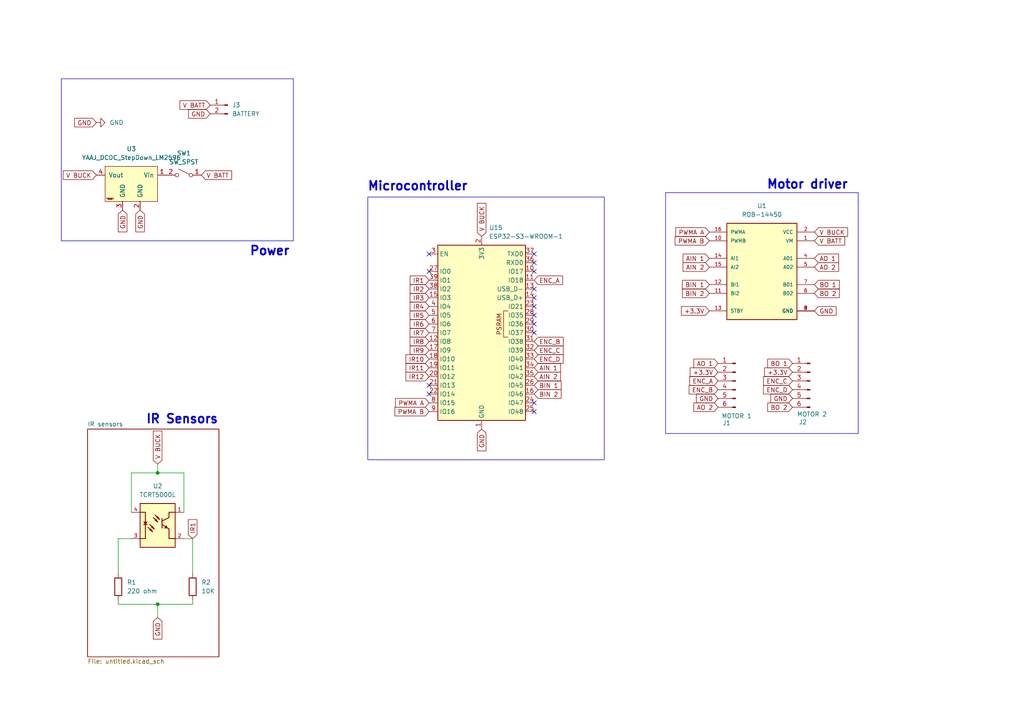
<source format=kicad_sch>
(kicad_sch
	(version 20250114)
	(generator "eeschema")
	(generator_version "9.0")
	(uuid "1ab56edd-e1bf-43fb-a37f-4fdb6940bec2")
	(paper "A4")
	(title_block
		(date "2025-04-26")
		(rev "0.2")
	)
	(lib_symbols
		(symbol "Connector:Conn_01x02_Pin"
			(pin_names
				(offset 1.016)
				(hide yes)
			)
			(exclude_from_sim no)
			(in_bom yes)
			(on_board yes)
			(property "Reference" "J"
				(at 0 2.54 0)
				(effects
					(font
						(size 1.27 1.27)
					)
				)
			)
			(property "Value" "Conn_01x02_Pin"
				(at 0 -5.08 0)
				(effects
					(font
						(size 1.27 1.27)
					)
				)
			)
			(property "Footprint" ""
				(at 0 0 0)
				(effects
					(font
						(size 1.27 1.27)
					)
					(hide yes)
				)
			)
			(property "Datasheet" "~"
				(at 0 0 0)
				(effects
					(font
						(size 1.27 1.27)
					)
					(hide yes)
				)
			)
			(property "Description" "Generic connector, single row, 01x02, script generated"
				(at 0 0 0)
				(effects
					(font
						(size 1.27 1.27)
					)
					(hide yes)
				)
			)
			(property "ki_locked" ""
				(at 0 0 0)
				(effects
					(font
						(size 1.27 1.27)
					)
				)
			)
			(property "ki_keywords" "connector"
				(at 0 0 0)
				(effects
					(font
						(size 1.27 1.27)
					)
					(hide yes)
				)
			)
			(property "ki_fp_filters" "Connector*:*_1x??_*"
				(at 0 0 0)
				(effects
					(font
						(size 1.27 1.27)
					)
					(hide yes)
				)
			)
			(symbol "Conn_01x02_Pin_1_1"
				(rectangle
					(start 0.8636 0.127)
					(end 0 -0.127)
					(stroke
						(width 0.1524)
						(type default)
					)
					(fill
						(type outline)
					)
				)
				(rectangle
					(start 0.8636 -2.413)
					(end 0 -2.667)
					(stroke
						(width 0.1524)
						(type default)
					)
					(fill
						(type outline)
					)
				)
				(polyline
					(pts
						(xy 1.27 0) (xy 0.8636 0)
					)
					(stroke
						(width 0.1524)
						(type default)
					)
					(fill
						(type none)
					)
				)
				(polyline
					(pts
						(xy 1.27 -2.54) (xy 0.8636 -2.54)
					)
					(stroke
						(width 0.1524)
						(type default)
					)
					(fill
						(type none)
					)
				)
				(pin passive line
					(at 5.08 0 180)
					(length 3.81)
					(name "Pin_1"
						(effects
							(font
								(size 1.27 1.27)
							)
						)
					)
					(number "1"
						(effects
							(font
								(size 1.27 1.27)
							)
						)
					)
				)
				(pin passive line
					(at 5.08 -2.54 180)
					(length 3.81)
					(name "Pin_2"
						(effects
							(font
								(size 1.27 1.27)
							)
						)
					)
					(number "2"
						(effects
							(font
								(size 1.27 1.27)
							)
						)
					)
				)
			)
			(embedded_fonts no)
		)
		(symbol "Connector:Conn_01x06_Pin"
			(pin_names
				(offset 1.016)
				(hide yes)
			)
			(exclude_from_sim no)
			(in_bom yes)
			(on_board yes)
			(property "Reference" "J"
				(at 0 7.62 0)
				(effects
					(font
						(size 1.27 1.27)
					)
				)
			)
			(property "Value" "Conn_01x06_Pin"
				(at 0 -10.16 0)
				(effects
					(font
						(size 1.27 1.27)
					)
				)
			)
			(property "Footprint" ""
				(at 0 0 0)
				(effects
					(font
						(size 1.27 1.27)
					)
					(hide yes)
				)
			)
			(property "Datasheet" "~"
				(at 0 0 0)
				(effects
					(font
						(size 1.27 1.27)
					)
					(hide yes)
				)
			)
			(property "Description" "Generic connector, single row, 01x06, script generated"
				(at 0 0 0)
				(effects
					(font
						(size 1.27 1.27)
					)
					(hide yes)
				)
			)
			(property "ki_locked" ""
				(at 0 0 0)
				(effects
					(font
						(size 1.27 1.27)
					)
				)
			)
			(property "ki_keywords" "connector"
				(at 0 0 0)
				(effects
					(font
						(size 1.27 1.27)
					)
					(hide yes)
				)
			)
			(property "ki_fp_filters" "Connector*:*_1x??_*"
				(at 0 0 0)
				(effects
					(font
						(size 1.27 1.27)
					)
					(hide yes)
				)
			)
			(symbol "Conn_01x06_Pin_1_1"
				(rectangle
					(start 0.8636 5.207)
					(end 0 4.953)
					(stroke
						(width 0.1524)
						(type default)
					)
					(fill
						(type outline)
					)
				)
				(rectangle
					(start 0.8636 2.667)
					(end 0 2.413)
					(stroke
						(width 0.1524)
						(type default)
					)
					(fill
						(type outline)
					)
				)
				(rectangle
					(start 0.8636 0.127)
					(end 0 -0.127)
					(stroke
						(width 0.1524)
						(type default)
					)
					(fill
						(type outline)
					)
				)
				(rectangle
					(start 0.8636 -2.413)
					(end 0 -2.667)
					(stroke
						(width 0.1524)
						(type default)
					)
					(fill
						(type outline)
					)
				)
				(rectangle
					(start 0.8636 -4.953)
					(end 0 -5.207)
					(stroke
						(width 0.1524)
						(type default)
					)
					(fill
						(type outline)
					)
				)
				(rectangle
					(start 0.8636 -7.493)
					(end 0 -7.747)
					(stroke
						(width 0.1524)
						(type default)
					)
					(fill
						(type outline)
					)
				)
				(polyline
					(pts
						(xy 1.27 5.08) (xy 0.8636 5.08)
					)
					(stroke
						(width 0.1524)
						(type default)
					)
					(fill
						(type none)
					)
				)
				(polyline
					(pts
						(xy 1.27 2.54) (xy 0.8636 2.54)
					)
					(stroke
						(width 0.1524)
						(type default)
					)
					(fill
						(type none)
					)
				)
				(polyline
					(pts
						(xy 1.27 0) (xy 0.8636 0)
					)
					(stroke
						(width 0.1524)
						(type default)
					)
					(fill
						(type none)
					)
				)
				(polyline
					(pts
						(xy 1.27 -2.54) (xy 0.8636 -2.54)
					)
					(stroke
						(width 0.1524)
						(type default)
					)
					(fill
						(type none)
					)
				)
				(polyline
					(pts
						(xy 1.27 -5.08) (xy 0.8636 -5.08)
					)
					(stroke
						(width 0.1524)
						(type default)
					)
					(fill
						(type none)
					)
				)
				(polyline
					(pts
						(xy 1.27 -7.62) (xy 0.8636 -7.62)
					)
					(stroke
						(width 0.1524)
						(type default)
					)
					(fill
						(type none)
					)
				)
				(pin passive line
					(at 5.08 5.08 180)
					(length 3.81)
					(name "Pin_1"
						(effects
							(font
								(size 1.27 1.27)
							)
						)
					)
					(number "1"
						(effects
							(font
								(size 1.27 1.27)
							)
						)
					)
				)
				(pin passive line
					(at 5.08 2.54 180)
					(length 3.81)
					(name "Pin_2"
						(effects
							(font
								(size 1.27 1.27)
							)
						)
					)
					(number "2"
						(effects
							(font
								(size 1.27 1.27)
							)
						)
					)
				)
				(pin passive line
					(at 5.08 0 180)
					(length 3.81)
					(name "Pin_3"
						(effects
							(font
								(size 1.27 1.27)
							)
						)
					)
					(number "3"
						(effects
							(font
								(size 1.27 1.27)
							)
						)
					)
				)
				(pin passive line
					(at 5.08 -2.54 180)
					(length 3.81)
					(name "Pin_4"
						(effects
							(font
								(size 1.27 1.27)
							)
						)
					)
					(number "4"
						(effects
							(font
								(size 1.27 1.27)
							)
						)
					)
				)
				(pin passive line
					(at 5.08 -5.08 180)
					(length 3.81)
					(name "Pin_5"
						(effects
							(font
								(size 1.27 1.27)
							)
						)
					)
					(number "5"
						(effects
							(font
								(size 1.27 1.27)
							)
						)
					)
				)
				(pin passive line
					(at 5.08 -7.62 180)
					(length 3.81)
					(name "Pin_6"
						(effects
							(font
								(size 1.27 1.27)
							)
						)
					)
					(number "6"
						(effects
							(font
								(size 1.27 1.27)
							)
						)
					)
				)
			)
			(embedded_fonts no)
		)
		(symbol "RF_Module:ESP32-S3-WROOM-1"
			(exclude_from_sim no)
			(in_bom yes)
			(on_board yes)
			(property "Reference" "U"
				(at -12.7 26.67 0)
				(effects
					(font
						(size 1.27 1.27)
					)
				)
			)
			(property "Value" "ESP32-S3-WROOM-1"
				(at 12.7 26.67 0)
				(effects
					(font
						(size 1.27 1.27)
					)
				)
			)
			(property "Footprint" "RF_Module:ESP32-S3-WROOM-1"
				(at 0 2.54 0)
				(effects
					(font
						(size 1.27 1.27)
					)
					(hide yes)
				)
			)
			(property "Datasheet" "https://www.espressif.com/sites/default/files/documentation/esp32-s3-wroom-1_wroom-1u_datasheet_en.pdf"
				(at 0 0 0)
				(effects
					(font
						(size 1.27 1.27)
					)
					(hide yes)
				)
			)
			(property "Description" "RF Module, ESP32-S3 SoC, Wi-Fi 802.11b/g/n, Bluetooth, BLE, 32-bit, 3.3V, onboard antenna, SMD"
				(at 0 0 0)
				(effects
					(font
						(size 1.27 1.27)
					)
					(hide yes)
				)
			)
			(property "ki_keywords" "RF Radio BT ESP ESP32-S3 Espressif onboard PCB antenna"
				(at 0 0 0)
				(effects
					(font
						(size 1.27 1.27)
					)
					(hide yes)
				)
			)
			(property "ki_fp_filters" "ESP32?S3?WROOM?1*"
				(at 0 0 0)
				(effects
					(font
						(size 1.27 1.27)
					)
					(hide yes)
				)
			)
			(symbol "ESP32-S3-WROOM-1_0_0"
				(rectangle
					(start -12.7 25.4)
					(end 12.7 -25.4)
					(stroke
						(width 0.254)
						(type default)
					)
					(fill
						(type background)
					)
				)
				(text "PSRAM"
					(at 5.08 2.54 900)
					(effects
						(font
							(size 1.27 1.27)
						)
					)
				)
			)
			(symbol "ESP32-S3-WROOM-1_0_1"
				(polyline
					(pts
						(xy 7.62 -1.27) (xy 6.35 -1.27) (xy 6.35 6.35) (xy 7.62 6.35)
					)
					(stroke
						(width 0)
						(type default)
					)
					(fill
						(type none)
					)
				)
			)
			(symbol "ESP32-S3-WROOM-1_1_1"
				(pin input line
					(at -15.24 22.86 0)
					(length 2.54)
					(name "EN"
						(effects
							(font
								(size 1.27 1.27)
							)
						)
					)
					(number "3"
						(effects
							(font
								(size 1.27 1.27)
							)
						)
					)
				)
				(pin bidirectional line
					(at -15.24 17.78 0)
					(length 2.54)
					(name "IO0"
						(effects
							(font
								(size 1.27 1.27)
							)
						)
					)
					(number "27"
						(effects
							(font
								(size 1.27 1.27)
							)
						)
					)
				)
				(pin bidirectional line
					(at -15.24 15.24 0)
					(length 2.54)
					(name "IO1"
						(effects
							(font
								(size 1.27 1.27)
							)
						)
					)
					(number "39"
						(effects
							(font
								(size 1.27 1.27)
							)
						)
					)
				)
				(pin bidirectional line
					(at -15.24 12.7 0)
					(length 2.54)
					(name "IO2"
						(effects
							(font
								(size 1.27 1.27)
							)
						)
					)
					(number "38"
						(effects
							(font
								(size 1.27 1.27)
							)
						)
					)
				)
				(pin bidirectional line
					(at -15.24 10.16 0)
					(length 2.54)
					(name "IO3"
						(effects
							(font
								(size 1.27 1.27)
							)
						)
					)
					(number "15"
						(effects
							(font
								(size 1.27 1.27)
							)
						)
					)
				)
				(pin bidirectional line
					(at -15.24 7.62 0)
					(length 2.54)
					(name "IO4"
						(effects
							(font
								(size 1.27 1.27)
							)
						)
					)
					(number "4"
						(effects
							(font
								(size 1.27 1.27)
							)
						)
					)
				)
				(pin bidirectional line
					(at -15.24 5.08 0)
					(length 2.54)
					(name "IO5"
						(effects
							(font
								(size 1.27 1.27)
							)
						)
					)
					(number "5"
						(effects
							(font
								(size 1.27 1.27)
							)
						)
					)
				)
				(pin bidirectional line
					(at -15.24 2.54 0)
					(length 2.54)
					(name "IO6"
						(effects
							(font
								(size 1.27 1.27)
							)
						)
					)
					(number "6"
						(effects
							(font
								(size 1.27 1.27)
							)
						)
					)
				)
				(pin bidirectional line
					(at -15.24 0 0)
					(length 2.54)
					(name "IO7"
						(effects
							(font
								(size 1.27 1.27)
							)
						)
					)
					(number "7"
						(effects
							(font
								(size 1.27 1.27)
							)
						)
					)
				)
				(pin bidirectional line
					(at -15.24 -2.54 0)
					(length 2.54)
					(name "IO8"
						(effects
							(font
								(size 1.27 1.27)
							)
						)
					)
					(number "12"
						(effects
							(font
								(size 1.27 1.27)
							)
						)
					)
				)
				(pin bidirectional line
					(at -15.24 -5.08 0)
					(length 2.54)
					(name "IO9"
						(effects
							(font
								(size 1.27 1.27)
							)
						)
					)
					(number "17"
						(effects
							(font
								(size 1.27 1.27)
							)
						)
					)
				)
				(pin bidirectional line
					(at -15.24 -7.62 0)
					(length 2.54)
					(name "IO10"
						(effects
							(font
								(size 1.27 1.27)
							)
						)
					)
					(number "18"
						(effects
							(font
								(size 1.27 1.27)
							)
						)
					)
				)
				(pin bidirectional line
					(at -15.24 -10.16 0)
					(length 2.54)
					(name "IO11"
						(effects
							(font
								(size 1.27 1.27)
							)
						)
					)
					(number "19"
						(effects
							(font
								(size 1.27 1.27)
							)
						)
					)
				)
				(pin bidirectional line
					(at -15.24 -12.7 0)
					(length 2.54)
					(name "IO12"
						(effects
							(font
								(size 1.27 1.27)
							)
						)
					)
					(number "20"
						(effects
							(font
								(size 1.27 1.27)
							)
						)
					)
				)
				(pin bidirectional line
					(at -15.24 -15.24 0)
					(length 2.54)
					(name "IO13"
						(effects
							(font
								(size 1.27 1.27)
							)
						)
					)
					(number "21"
						(effects
							(font
								(size 1.27 1.27)
							)
						)
					)
				)
				(pin bidirectional line
					(at -15.24 -17.78 0)
					(length 2.54)
					(name "IO14"
						(effects
							(font
								(size 1.27 1.27)
							)
						)
					)
					(number "22"
						(effects
							(font
								(size 1.27 1.27)
							)
						)
					)
				)
				(pin bidirectional line
					(at -15.24 -20.32 0)
					(length 2.54)
					(name "IO15"
						(effects
							(font
								(size 1.27 1.27)
							)
						)
					)
					(number "8"
						(effects
							(font
								(size 1.27 1.27)
							)
						)
					)
				)
				(pin bidirectional line
					(at -15.24 -22.86 0)
					(length 2.54)
					(name "IO16"
						(effects
							(font
								(size 1.27 1.27)
							)
						)
					)
					(number "9"
						(effects
							(font
								(size 1.27 1.27)
							)
						)
					)
				)
				(pin power_in line
					(at 0 27.94 270)
					(length 2.54)
					(name "3V3"
						(effects
							(font
								(size 1.27 1.27)
							)
						)
					)
					(number "2"
						(effects
							(font
								(size 1.27 1.27)
							)
						)
					)
				)
				(pin power_in line
					(at 0 -27.94 90)
					(length 2.54)
					(name "GND"
						(effects
							(font
								(size 1.27 1.27)
							)
						)
					)
					(number "1"
						(effects
							(font
								(size 1.27 1.27)
							)
						)
					)
				)
				(pin passive line
					(at 0 -27.94 90)
					(length 2.54)
					(hide yes)
					(name "GND"
						(effects
							(font
								(size 1.27 1.27)
							)
						)
					)
					(number "40"
						(effects
							(font
								(size 1.27 1.27)
							)
						)
					)
				)
				(pin passive line
					(at 0 -27.94 90)
					(length 2.54)
					(hide yes)
					(name "GND"
						(effects
							(font
								(size 1.27 1.27)
							)
						)
					)
					(number "41"
						(effects
							(font
								(size 1.27 1.27)
							)
						)
					)
				)
				(pin bidirectional line
					(at 15.24 22.86 180)
					(length 2.54)
					(name "TXD0"
						(effects
							(font
								(size 1.27 1.27)
							)
						)
					)
					(number "37"
						(effects
							(font
								(size 1.27 1.27)
							)
						)
					)
				)
				(pin bidirectional line
					(at 15.24 20.32 180)
					(length 2.54)
					(name "RXD0"
						(effects
							(font
								(size 1.27 1.27)
							)
						)
					)
					(number "36"
						(effects
							(font
								(size 1.27 1.27)
							)
						)
					)
				)
				(pin bidirectional line
					(at 15.24 17.78 180)
					(length 2.54)
					(name "IO17"
						(effects
							(font
								(size 1.27 1.27)
							)
						)
					)
					(number "10"
						(effects
							(font
								(size 1.27 1.27)
							)
						)
					)
				)
				(pin bidirectional line
					(at 15.24 15.24 180)
					(length 2.54)
					(name "IO18"
						(effects
							(font
								(size 1.27 1.27)
							)
						)
					)
					(number "11"
						(effects
							(font
								(size 1.27 1.27)
							)
						)
					)
				)
				(pin bidirectional line
					(at 15.24 12.7 180)
					(length 2.54)
					(name "USB_D-"
						(effects
							(font
								(size 1.27 1.27)
							)
						)
					)
					(number "13"
						(effects
							(font
								(size 1.27 1.27)
							)
						)
					)
					(alternate "IO19" bidirectional line)
				)
				(pin bidirectional line
					(at 15.24 10.16 180)
					(length 2.54)
					(name "USB_D+"
						(effects
							(font
								(size 1.27 1.27)
							)
						)
					)
					(number "14"
						(effects
							(font
								(size 1.27 1.27)
							)
						)
					)
					(alternate "IO20" bidirectional line)
				)
				(pin bidirectional line
					(at 15.24 7.62 180)
					(length 2.54)
					(name "IO21"
						(effects
							(font
								(size 1.27 1.27)
							)
						)
					)
					(number "23"
						(effects
							(font
								(size 1.27 1.27)
							)
						)
					)
				)
				(pin bidirectional line
					(at 15.24 5.08 180)
					(length 2.54)
					(name "IO35"
						(effects
							(font
								(size 1.27 1.27)
							)
						)
					)
					(number "28"
						(effects
							(font
								(size 1.27 1.27)
							)
						)
					)
				)
				(pin bidirectional line
					(at 15.24 2.54 180)
					(length 2.54)
					(name "IO36"
						(effects
							(font
								(size 1.27 1.27)
							)
						)
					)
					(number "29"
						(effects
							(font
								(size 1.27 1.27)
							)
						)
					)
				)
				(pin bidirectional line
					(at 15.24 0 180)
					(length 2.54)
					(name "IO37"
						(effects
							(font
								(size 1.27 1.27)
							)
						)
					)
					(number "30"
						(effects
							(font
								(size 1.27 1.27)
							)
						)
					)
				)
				(pin bidirectional line
					(at 15.24 -2.54 180)
					(length 2.54)
					(name "IO38"
						(effects
							(font
								(size 1.27 1.27)
							)
						)
					)
					(number "31"
						(effects
							(font
								(size 1.27 1.27)
							)
						)
					)
				)
				(pin bidirectional line
					(at 15.24 -5.08 180)
					(length 2.54)
					(name "IO39"
						(effects
							(font
								(size 1.27 1.27)
							)
						)
					)
					(number "32"
						(effects
							(font
								(size 1.27 1.27)
							)
						)
					)
				)
				(pin bidirectional line
					(at 15.24 -7.62 180)
					(length 2.54)
					(name "IO40"
						(effects
							(font
								(size 1.27 1.27)
							)
						)
					)
					(number "33"
						(effects
							(font
								(size 1.27 1.27)
							)
						)
					)
				)
				(pin bidirectional line
					(at 15.24 -10.16 180)
					(length 2.54)
					(name "IO41"
						(effects
							(font
								(size 1.27 1.27)
							)
						)
					)
					(number "34"
						(effects
							(font
								(size 1.27 1.27)
							)
						)
					)
				)
				(pin bidirectional line
					(at 15.24 -12.7 180)
					(length 2.54)
					(name "IO42"
						(effects
							(font
								(size 1.27 1.27)
							)
						)
					)
					(number "35"
						(effects
							(font
								(size 1.27 1.27)
							)
						)
					)
				)
				(pin bidirectional line
					(at 15.24 -15.24 180)
					(length 2.54)
					(name "IO45"
						(effects
							(font
								(size 1.27 1.27)
							)
						)
					)
					(number "26"
						(effects
							(font
								(size 1.27 1.27)
							)
						)
					)
				)
				(pin bidirectional line
					(at 15.24 -17.78 180)
					(length 2.54)
					(name "IO46"
						(effects
							(font
								(size 1.27 1.27)
							)
						)
					)
					(number "16"
						(effects
							(font
								(size 1.27 1.27)
							)
						)
					)
				)
				(pin bidirectional line
					(at 15.24 -20.32 180)
					(length 2.54)
					(name "IO47"
						(effects
							(font
								(size 1.27 1.27)
							)
						)
					)
					(number "24"
						(effects
							(font
								(size 1.27 1.27)
							)
						)
					)
				)
				(pin bidirectional line
					(at 15.24 -22.86 180)
					(length 2.54)
					(name "IO48"
						(effects
							(font
								(size 1.27 1.27)
							)
						)
					)
					(number "25"
						(effects
							(font
								(size 1.27 1.27)
							)
						)
					)
				)
			)
			(embedded_fonts no)
		)
		(symbol "ROB-14450:ROB-14450"
			(pin_names
				(offset 1.016)
			)
			(exclude_from_sim no)
			(in_bom yes)
			(on_board yes)
			(property "Reference" "U"
				(at -10.16 16.002 0)
				(effects
					(font
						(size 1.27 1.27)
					)
					(justify left bottom)
				)
			)
			(property "Value" "ROB-14450"
				(at -10.16 -15.24 0)
				(effects
					(font
						(size 1.27 1.27)
					)
					(justify left bottom)
				)
			)
			(property "Footprint" "ROB-14450:MODULE_ROB-14450"
				(at 0 0 0)
				(effects
					(font
						(size 1.27 1.27)
					)
					(justify bottom)
					(hide yes)
				)
			)
			(property "Datasheet" ""
				(at 0 0 0)
				(effects
					(font
						(size 1.27 1.27)
					)
					(hide yes)
				)
			)
			(property "Description" ""
				(at 0 0 0)
				(effects
					(font
						(size 1.27 1.27)
					)
					(hide yes)
				)
			)
			(property "MF" "SparkFun Electronics"
				(at 0 0 0)
				(effects
					(font
						(size 1.27 1.27)
					)
					(justify bottom)
					(hide yes)
				)
			)
			(property "Description_1" "TB6612FNG - Motor Controller/Driver Power Management Evaluation Board"
				(at 0 0 0)
				(effects
					(font
						(size 1.27 1.27)
					)
					(justify bottom)
					(hide yes)
				)
			)
			(property "Package" "None"
				(at 0 0 0)
				(effects
					(font
						(size 1.27 1.27)
					)
					(justify bottom)
					(hide yes)
				)
			)
			(property "Price" "None"
				(at 0 0 0)
				(effects
					(font
						(size 1.27 1.27)
					)
					(justify bottom)
					(hide yes)
				)
			)
			(property "Check_prices" "https://www.snapeda.com/parts/ROB-14450/SparkFun/view-part/?ref=eda"
				(at 0 0 0)
				(effects
					(font
						(size 1.27 1.27)
					)
					(justify bottom)
					(hide yes)
				)
			)
			(property "STANDARD" "Manufacturer Recommendation"
				(at 0 0 0)
				(effects
					(font
						(size 1.27 1.27)
					)
					(justify bottom)
					(hide yes)
				)
			)
			(property "PARTREV" "11-13-17"
				(at 0 0 0)
				(effects
					(font
						(size 1.27 1.27)
					)
					(justify bottom)
					(hide yes)
				)
			)
			(property "SnapEDA_Link" "https://www.snapeda.com/parts/ROB-14450/SparkFun/view-part/?ref=snap"
				(at 0 0 0)
				(effects
					(font
						(size 1.27 1.27)
					)
					(justify bottom)
					(hide yes)
				)
			)
			(property "MP" "ROB-14450"
				(at 0 0 0)
				(effects
					(font
						(size 1.27 1.27)
					)
					(justify bottom)
					(hide yes)
				)
			)
			(property "Availability" "In Stock"
				(at 0 0 0)
				(effects
					(font
						(size 1.27 1.27)
					)
					(justify bottom)
					(hide yes)
				)
			)
			(property "MANUFACTURER" "Sparkfun Electronics"
				(at 0 0 0)
				(effects
					(font
						(size 1.27 1.27)
					)
					(justify bottom)
					(hide yes)
				)
			)
			(symbol "ROB-14450_0_0"
				(rectangle
					(start -10.16 -12.7)
					(end 10.16 15.24)
					(stroke
						(width 0.254)
						(type default)
					)
					(fill
						(type background)
					)
				)
				(pin input line
					(at -15.24 12.7 0)
					(length 5.08)
					(name "PWMA"
						(effects
							(font
								(size 1.016 1.016)
							)
						)
					)
					(number "16"
						(effects
							(font
								(size 1.016 1.016)
							)
						)
					)
				)
				(pin input line
					(at -15.24 10.16 0)
					(length 5.08)
					(name "PWMB"
						(effects
							(font
								(size 1.016 1.016)
							)
						)
					)
					(number "10"
						(effects
							(font
								(size 1.016 1.016)
							)
						)
					)
				)
				(pin input line
					(at -15.24 5.08 0)
					(length 5.08)
					(name "AI1"
						(effects
							(font
								(size 1.016 1.016)
							)
						)
					)
					(number "14"
						(effects
							(font
								(size 1.016 1.016)
							)
						)
					)
				)
				(pin input line
					(at -15.24 2.54 0)
					(length 5.08)
					(name "AI2"
						(effects
							(font
								(size 1.016 1.016)
							)
						)
					)
					(number "15"
						(effects
							(font
								(size 1.016 1.016)
							)
						)
					)
				)
				(pin input line
					(at -15.24 -2.54 0)
					(length 5.08)
					(name "BI1"
						(effects
							(font
								(size 1.016 1.016)
							)
						)
					)
					(number "12"
						(effects
							(font
								(size 1.016 1.016)
							)
						)
					)
				)
				(pin input line
					(at -15.24 -5.08 0)
					(length 5.08)
					(name "BI2"
						(effects
							(font
								(size 1.016 1.016)
							)
						)
					)
					(number "11"
						(effects
							(font
								(size 1.016 1.016)
							)
						)
					)
				)
				(pin input line
					(at -15.24 -10.16 0)
					(length 5.08)
					(name "STBY"
						(effects
							(font
								(size 1.016 1.016)
							)
						)
					)
					(number "13"
						(effects
							(font
								(size 1.016 1.016)
							)
						)
					)
				)
				(pin power_in line
					(at 15.24 12.7 180)
					(length 5.08)
					(name "VCC"
						(effects
							(font
								(size 1.016 1.016)
							)
						)
					)
					(number "2"
						(effects
							(font
								(size 1.016 1.016)
							)
						)
					)
				)
				(pin power_in line
					(at 15.24 10.16 180)
					(length 5.08)
					(name "VM"
						(effects
							(font
								(size 1.016 1.016)
							)
						)
					)
					(number "1"
						(effects
							(font
								(size 1.016 1.016)
							)
						)
					)
				)
				(pin output line
					(at 15.24 5.08 180)
					(length 5.08)
					(name "A01"
						(effects
							(font
								(size 1.016 1.016)
							)
						)
					)
					(number "4"
						(effects
							(font
								(size 1.016 1.016)
							)
						)
					)
				)
				(pin output line
					(at 15.24 2.54 180)
					(length 5.08)
					(name "A02"
						(effects
							(font
								(size 1.016 1.016)
							)
						)
					)
					(number "5"
						(effects
							(font
								(size 1.016 1.016)
							)
						)
					)
				)
				(pin output line
					(at 15.24 -2.54 180)
					(length 5.08)
					(name "B01"
						(effects
							(font
								(size 1.016 1.016)
							)
						)
					)
					(number "7"
						(effects
							(font
								(size 1.016 1.016)
							)
						)
					)
				)
				(pin output line
					(at 15.24 -5.08 180)
					(length 5.08)
					(name "B02"
						(effects
							(font
								(size 1.016 1.016)
							)
						)
					)
					(number "6"
						(effects
							(font
								(size 1.016 1.016)
							)
						)
					)
				)
				(pin power_in line
					(at 15.24 -10.16 180)
					(length 5.08)
					(name "GND"
						(effects
							(font
								(size 1.016 1.016)
							)
						)
					)
					(number "3"
						(effects
							(font
								(size 1.016 1.016)
							)
						)
					)
				)
				(pin power_in line
					(at 15.24 -10.16 180)
					(length 5.08)
					(name "GND"
						(effects
							(font
								(size 1.016 1.016)
							)
						)
					)
					(number "8"
						(effects
							(font
								(size 1.016 1.016)
							)
						)
					)
				)
				(pin power_in line
					(at 15.24 -10.16 180)
					(length 5.08)
					(name "GND"
						(effects
							(font
								(size 1.016 1.016)
							)
						)
					)
					(number "9"
						(effects
							(font
								(size 1.016 1.016)
							)
						)
					)
				)
			)
			(embedded_fonts no)
		)
		(symbol "Switch:SW_SPST"
			(pin_names
				(offset 0)
				(hide yes)
			)
			(exclude_from_sim no)
			(in_bom yes)
			(on_board yes)
			(property "Reference" "SW"
				(at 0 3.175 0)
				(effects
					(font
						(size 1.27 1.27)
					)
				)
			)
			(property "Value" "SW_SPST"
				(at 0 -2.54 0)
				(effects
					(font
						(size 1.27 1.27)
					)
				)
			)
			(property "Footprint" ""
				(at 0 0 0)
				(effects
					(font
						(size 1.27 1.27)
					)
					(hide yes)
				)
			)
			(property "Datasheet" "~"
				(at 0 0 0)
				(effects
					(font
						(size 1.27 1.27)
					)
					(hide yes)
				)
			)
			(property "Description" "Single Pole Single Throw (SPST) switch"
				(at 0 0 0)
				(effects
					(font
						(size 1.27 1.27)
					)
					(hide yes)
				)
			)
			(property "ki_keywords" "switch lever"
				(at 0 0 0)
				(effects
					(font
						(size 1.27 1.27)
					)
					(hide yes)
				)
			)
			(symbol "SW_SPST_0_0"
				(circle
					(center -2.032 0)
					(radius 0.508)
					(stroke
						(width 0)
						(type default)
					)
					(fill
						(type none)
					)
				)
				(polyline
					(pts
						(xy -1.524 0.254) (xy 1.524 1.778)
					)
					(stroke
						(width 0)
						(type default)
					)
					(fill
						(type none)
					)
				)
				(circle
					(center 2.032 0)
					(radius 0.508)
					(stroke
						(width 0)
						(type default)
					)
					(fill
						(type none)
					)
				)
			)
			(symbol "SW_SPST_1_1"
				(pin passive line
					(at -5.08 0 0)
					(length 2.54)
					(name "A"
						(effects
							(font
								(size 1.27 1.27)
							)
						)
					)
					(number "1"
						(effects
							(font
								(size 1.27 1.27)
							)
						)
					)
				)
				(pin passive line
					(at 5.08 0 180)
					(length 2.54)
					(name "B"
						(effects
							(font
								(size 1.27 1.27)
							)
						)
					)
					(number "2"
						(effects
							(font
								(size 1.27 1.27)
							)
						)
					)
				)
			)
			(embedded_fonts no)
		)
		(symbol "TCRT5000:R"
			(pin_numbers
				(hide yes)
			)
			(pin_names
				(offset 0)
			)
			(exclude_from_sim no)
			(in_bom yes)
			(on_board yes)
			(property "Reference" "R"
				(at 2.032 0 90)
				(effects
					(font
						(size 1.27 1.27)
					)
				)
			)
			(property "Value" "R"
				(at 0 0 90)
				(effects
					(font
						(size 1.27 1.27)
					)
				)
			)
			(property "Footprint" ""
				(at -1.778 0 90)
				(effects
					(font
						(size 1.27 1.27)
					)
					(hide yes)
				)
			)
			(property "Datasheet" "~"
				(at 0 0 0)
				(effects
					(font
						(size 1.27 1.27)
					)
					(hide yes)
				)
			)
			(property "Description" "Resistor"
				(at 0 0 0)
				(effects
					(font
						(size 1.27 1.27)
					)
					(hide yes)
				)
			)
			(property "ki_keywords" "R res resistor"
				(at 0 0 0)
				(effects
					(font
						(size 1.27 1.27)
					)
					(hide yes)
				)
			)
			(property "ki_fp_filters" "R_*"
				(at 0 0 0)
				(effects
					(font
						(size 1.27 1.27)
					)
					(hide yes)
				)
			)
			(symbol "R_0_1"
				(rectangle
					(start -1.016 -2.54)
					(end 1.016 2.54)
					(stroke
						(width 0.254)
						(type default)
					)
					(fill
						(type none)
					)
				)
			)
			(symbol "R_1_1"
				(pin passive line
					(at 0 3.81 270)
					(length 1.27)
					(name "~"
						(effects
							(font
								(size 1.27 1.27)
							)
						)
					)
					(number "1"
						(effects
							(font
								(size 1.27 1.27)
							)
						)
					)
				)
				(pin passive line
					(at 0 -3.81 90)
					(length 1.27)
					(name "~"
						(effects
							(font
								(size 1.27 1.27)
							)
						)
					)
					(number "2"
						(effects
							(font
								(size 1.27 1.27)
							)
						)
					)
				)
			)
			(embedded_fonts no)
		)
		(symbol "TCRT5000L:TCRT5000L"
			(pin_names
				(offset 1.016)
			)
			(exclude_from_sim no)
			(in_bom yes)
			(on_board yes)
			(property "Reference" "U"
				(at -5.1092 5.6131 0)
				(effects
					(font
						(size 1.27 1.27)
					)
					(justify left bottom)
				)
			)
			(property "Value" "TCRT5000L"
				(at -5.093 -10.1813 0)
				(effects
					(font
						(size 1.27 1.27)
					)
					(justify left bottom)
				)
			)
			(property "Footprint" "TCRT5000L:XDCR_TCRT5000L"
				(at 0 0 0)
				(effects
					(font
						(size 1.27 1.27)
					)
					(justify bottom)
					(hide yes)
				)
			)
			(property "Datasheet" ""
				(at 0 0 0)
				(effects
					(font
						(size 1.27 1.27)
					)
					(hide yes)
				)
			)
			(property "Description" "TCRT5000 Series 940 nm 100 mA 60 mA Transistor Output Reflective Optical Sensor"
				(at 0 0 0)
				(effects
					(font
						(size 1.27 1.27)
					)
					(justify bottom)
					(hide yes)
				)
			)
			(property "MF" "Vishay Semiconductor"
				(at 0 0 0)
				(effects
					(font
						(size 1.27 1.27)
					)
					(justify bottom)
					(hide yes)
				)
			)
			(property "PACKAGE" "PCB Mount Vishay"
				(at 0 0 0)
				(effects
					(font
						(size 1.27 1.27)
					)
					(justify bottom)
					(hide yes)
				)
			)
			(property "PRICE" "0.60 USD"
				(at 0 0 0)
				(effects
					(font
						(size 1.27 1.27)
					)
					(justify bottom)
					(hide yes)
				)
			)
			(property "Package" "None"
				(at 0 0 0)
				(effects
					(font
						(size 1.27 1.27)
					)
					(justify bottom)
					(hide yes)
				)
			)
			(property "Check_prices" "https://www.snapeda.com/parts/TCRT5000L/Vishay/view-part/?ref=eda"
				(at 0 0 0)
				(effects
					(font
						(size 1.27 1.27)
					)
					(justify bottom)
					(hide yes)
				)
			)
			(property "Price" "None"
				(at 0 0 0)
				(effects
					(font
						(size 1.27 1.27)
					)
					(justify bottom)
					(hide yes)
				)
			)
			(property "SnapEDA_Link" "https://www.snapeda.com/parts/TCRT5000L/Vishay/view-part/?ref=snap"
				(at 0 0 0)
				(effects
					(font
						(size 1.27 1.27)
					)
					(justify bottom)
					(hide yes)
				)
			)
			(property "MP" "TCRT5000L"
				(at 0 0 0)
				(effects
					(font
						(size 1.27 1.27)
					)
					(justify bottom)
					(hide yes)
				)
			)
			(property "Availability" "In Stock"
				(at 0 0 0)
				(effects
					(font
						(size 1.27 1.27)
					)
					(justify bottom)
					(hide yes)
				)
			)
			(property "AVAILABILITY" "Good"
				(at 0 0 0)
				(effects
					(font
						(size 1.27 1.27)
					)
					(justify bottom)
					(hide yes)
				)
			)
			(property "Description_1" "Reflective Optical Sensor 0.591 (15mm) PCB Mount"
				(at 0 0 0)
				(effects
					(font
						(size 1.27 1.27)
					)
					(justify bottom)
					(hide yes)
				)
			)
			(symbol "TCRT5000L_0_0"
				(rectangle
					(start -5.08 -7.62)
					(end 5.08 5.08)
					(stroke
						(width 0.254)
						(type default)
					)
					(fill
						(type background)
					)
				)
				(polyline
					(pts
						(xy -4.064 -1.016) (xy -3.556 -1.016)
					)
					(stroke
						(width 0.254)
						(type default)
					)
					(fill
						(type none)
					)
				)
				(polyline
					(pts
						(xy -3.556 2.54) (xy -5.08 2.54)
					)
					(stroke
						(width 0.254)
						(type default)
					)
					(fill
						(type none)
					)
				)
				(polyline
					(pts
						(xy -3.556 2.54) (xy -3.556 -0.254)
					)
					(stroke
						(width 0.254)
						(type default)
					)
					(fill
						(type none)
					)
				)
				(polyline
					(pts
						(xy -3.556 -1.016) (xy -3.556 -5.08)
					)
					(stroke
						(width 0.254)
						(type default)
					)
					(fill
						(type none)
					)
				)
				(polyline
					(pts
						(xy -3.556 -1.016) (xy -3.048 -1.016)
					)
					(stroke
						(width 0.254)
						(type default)
					)
					(fill
						(type none)
					)
				)
				(polyline
					(pts
						(xy -3.556 -1.016) (xy -4.064 -0.254) (xy -3.048 -0.254) (xy -3.556 -1.016)
					)
					(stroke
						(width 0.1524)
						(type default)
					)
					(fill
						(type outline)
					)
				)
				(polyline
					(pts
						(xy -3.556 -5.08) (xy -5.08 -5.08)
					)
					(stroke
						(width 0.254)
						(type default)
					)
					(fill
						(type none)
					)
				)
				(polyline
					(pts
						(xy -2.794 -1.778) (xy -1.524 -3.048)
					)
					(stroke
						(width 0.254)
						(type default)
					)
					(fill
						(type none)
					)
				)
				(polyline
					(pts
						(xy -2.286 -1.016) (xy -1.016 -2.286)
					)
					(stroke
						(width 0.254)
						(type default)
					)
					(fill
						(type none)
					)
				)
				(polyline
					(pts
						(xy -1.524 -3.048) (xy -2.286 -2.54)
					)
					(stroke
						(width 0.254)
						(type default)
					)
					(fill
						(type none)
					)
				)
				(polyline
					(pts
						(xy -1.524 -3.048) (xy -2.032 -2.286)
					)
					(stroke
						(width 0.254)
						(type default)
					)
					(fill
						(type none)
					)
				)
				(polyline
					(pts
						(xy -1.27 1.016) (xy 0 -0.254)
					)
					(stroke
						(width 0.254)
						(type default)
					)
					(fill
						(type none)
					)
				)
				(polyline
					(pts
						(xy -1.016 -2.286) (xy -1.778 -1.778)
					)
					(stroke
						(width 0.254)
						(type default)
					)
					(fill
						(type none)
					)
				)
				(polyline
					(pts
						(xy -1.016 -2.286) (xy -1.524 -1.524)
					)
					(stroke
						(width 0.254)
						(type default)
					)
					(fill
						(type none)
					)
				)
				(polyline
					(pts
						(xy -0.762 1.778) (xy 0.508 0.508)
					)
					(stroke
						(width 0.254)
						(type default)
					)
					(fill
						(type none)
					)
				)
				(polyline
					(pts
						(xy 0 -0.254) (xy -0.762 0.254)
					)
					(stroke
						(width 0.254)
						(type default)
					)
					(fill
						(type none)
					)
				)
				(polyline
					(pts
						(xy 0 -0.254) (xy -0.508 0.508)
					)
					(stroke
						(width 0.254)
						(type default)
					)
					(fill
						(type none)
					)
				)
				(polyline
					(pts
						(xy 0.508 0.508) (xy -0.254 1.016)
					)
					(stroke
						(width 0.254)
						(type default)
					)
					(fill
						(type none)
					)
				)
				(polyline
					(pts
						(xy 0.508 0.508) (xy 0 1.27)
					)
					(stroke
						(width 0.254)
						(type default)
					)
					(fill
						(type none)
					)
				)
				(polyline
					(pts
						(xy 1.27 0) (xy 1.27 0.762)
					)
					(stroke
						(width 0.254)
						(type default)
					)
					(fill
						(type none)
					)
				)
				(polyline
					(pts
						(xy 1.27 0) (xy 1.27 -1.016)
					)
					(stroke
						(width 0.254)
						(type default)
					)
					(fill
						(type none)
					)
				)
				(polyline
					(pts
						(xy 1.27 -1.016) (xy 1.27 -2.032)
					)
					(stroke
						(width 0.254)
						(type default)
					)
					(fill
						(type none)
					)
				)
				(polyline
					(pts
						(xy 1.27 -1.016) (xy 3.302 -2.286)
					)
					(stroke
						(width 0.254)
						(type default)
					)
					(fill
						(type none)
					)
				)
				(polyline
					(pts
						(xy 2.032 -2.032) (xy 2.54 -1.27) (xy 2.794 -2.032) (xy 2.032 -2.032)
					)
					(stroke
						(width 0.1524)
						(type default)
					)
					(fill
						(type outline)
					)
				)
				(polyline
					(pts
						(xy 3.302 2.54) (xy 3.302 1.016)
					)
					(stroke
						(width 0.254)
						(type default)
					)
					(fill
						(type none)
					)
				)
				(polyline
					(pts
						(xy 3.302 2.54) (xy 5.08 2.54)
					)
					(stroke
						(width 0.254)
						(type default)
					)
					(fill
						(type none)
					)
				)
				(polyline
					(pts
						(xy 3.302 1.016) (xy 1.27 0)
					)
					(stroke
						(width 0.254)
						(type default)
					)
					(fill
						(type none)
					)
				)
				(polyline
					(pts
						(xy 3.302 -2.286) (xy 3.302 -5.08)
					)
					(stroke
						(width 0.254)
						(type default)
					)
					(fill
						(type none)
					)
				)
				(polyline
					(pts
						(xy 3.302 -5.08) (xy 5.08 -5.08)
					)
					(stroke
						(width 0.254)
						(type default)
					)
					(fill
						(type none)
					)
				)
				(pin passive line
					(at -7.62 2.54 0)
					(length 2.54)
					(name "~"
						(effects
							(font
								(size 1.016 1.016)
							)
						)
					)
					(number "4"
						(effects
							(font
								(size 1.016 1.016)
							)
						)
					)
				)
				(pin passive line
					(at -7.62 -5.08 0)
					(length 2.54)
					(name "~"
						(effects
							(font
								(size 1.016 1.016)
							)
						)
					)
					(number "3"
						(effects
							(font
								(size 1.016 1.016)
							)
						)
					)
				)
				(pin passive line
					(at 7.62 2.54 180)
					(length 2.54)
					(name "~"
						(effects
							(font
								(size 1.016 1.016)
							)
						)
					)
					(number "1"
						(effects
							(font
								(size 1.016 1.016)
							)
						)
					)
				)
				(pin passive line
					(at 7.62 -5.08 180)
					(length 2.54)
					(name "~"
						(effects
							(font
								(size 1.016 1.016)
							)
						)
					)
					(number "2"
						(effects
							(font
								(size 1.016 1.016)
							)
						)
					)
				)
			)
			(embedded_fonts no)
		)
		(symbol "power:GND"
			(power)
			(pin_numbers
				(hide yes)
			)
			(pin_names
				(offset 0)
				(hide yes)
			)
			(exclude_from_sim no)
			(in_bom yes)
			(on_board yes)
			(property "Reference" "#PWR"
				(at 0 -6.35 0)
				(effects
					(font
						(size 1.27 1.27)
					)
					(hide yes)
				)
			)
			(property "Value" "GND"
				(at 0 -3.81 0)
				(effects
					(font
						(size 1.27 1.27)
					)
				)
			)
			(property "Footprint" ""
				(at 0 0 0)
				(effects
					(font
						(size 1.27 1.27)
					)
					(hide yes)
				)
			)
			(property "Datasheet" ""
				(at 0 0 0)
				(effects
					(font
						(size 1.27 1.27)
					)
					(hide yes)
				)
			)
			(property "Description" "Power symbol creates a global label with name \"GND\" , ground"
				(at 0 0 0)
				(effects
					(font
						(size 1.27 1.27)
					)
					(hide yes)
				)
			)
			(property "ki_keywords" "global power"
				(at 0 0 0)
				(effects
					(font
						(size 1.27 1.27)
					)
					(hide yes)
				)
			)
			(symbol "GND_0_1"
				(polyline
					(pts
						(xy 0 0) (xy 0 -1.27) (xy 1.27 -1.27) (xy 0 -2.54) (xy -1.27 -1.27) (xy 0 -1.27)
					)
					(stroke
						(width 0)
						(type default)
					)
					(fill
						(type none)
					)
				)
			)
			(symbol "GND_1_1"
				(pin power_in line
					(at 0 0 270)
					(length 0)
					(name "~"
						(effects
							(font
								(size 1.27 1.27)
							)
						)
					)
					(number "1"
						(effects
							(font
								(size 1.27 1.27)
							)
						)
					)
				)
			)
			(embedded_fonts no)
		)
		(symbol "yaaj_dcdc_stepdown_lm2596:YAAJ_DCDC_StepDown_LM2596"
			(pin_names
				(offset 1.016)
			)
			(exclude_from_sim no)
			(in_bom yes)
			(on_board yes)
			(property "Reference" "U"
				(at -5.08 6.35 0)
				(effects
					(font
						(size 1.27 1.27)
					)
				)
			)
			(property "Value" "YAAJ_DCDC_StepDown_LM2596"
				(at 0 11.43 0)
				(effects
					(font
						(size 1.27 1.27)
					)
				)
			)
			(property "Footprint" ""
				(at -1.27 0 0)
				(effects
					(font
						(size 1.27 1.27)
					)
					(hide yes)
				)
			)
			(property "Datasheet" ""
				(at -1.27 0 0)
				(effects
					(font
						(size 1.27 1.27)
					)
					(hide yes)
				)
			)
			(property "Description" "module : adjustable step down module 3.2V-40V to 1.25V-35V 3A"
				(at 0 0 0)
				(effects
					(font
						(size 1.27 1.27)
					)
					(hide yes)
				)
			)
			(property "ki_keywords" "module stepdown step down buck converter DCDC DC"
				(at 0 0 0)
				(effects
					(font
						(size 1.27 1.27)
					)
					(hide yes)
				)
			)
			(symbol "YAAJ_DCDC_StepDown_LM2596_0_1"
				(rectangle
					(start -7.62 5.08)
					(end 7.62 -5.08)
					(stroke
						(width 0)
						(type solid)
					)
					(fill
						(type background)
					)
				)
			)
			(symbol "YAAJ_DCDC_StepDown_LM2596_1_1"
				(text "Y@@V"
					(at 6.1976 -4.2672 0)
					(effects
						(font
							(size 0.508 0.508)
						)
					)
				)
				(pin power_in line
					(at -10.16 2.54 0)
					(length 2.54)
					(name "Vin"
						(effects
							(font
								(size 1.27 1.27)
							)
						)
					)
					(number "1"
						(effects
							(font
								(size 1.27 1.27)
							)
						)
					)
				)
				(pin power_in line
					(at -2.54 -7.62 90)
					(length 2.54)
					(name "GND"
						(effects
							(font
								(size 1.27 1.27)
							)
						)
					)
					(number "2"
						(effects
							(font
								(size 1.27 1.27)
							)
						)
					)
				)
				(pin power_in line
					(at 2.54 -7.62 90)
					(length 2.54)
					(name "GND"
						(effects
							(font
								(size 1.27 1.27)
							)
						)
					)
					(number "3"
						(effects
							(font
								(size 1.27 1.27)
							)
						)
					)
				)
				(pin power_out line
					(at 10.16 2.54 180)
					(length 2.54)
					(name "Vout"
						(effects
							(font
								(size 1.27 1.27)
							)
						)
					)
					(number "4"
						(effects
							(font
								(size 1.27 1.27)
							)
						)
					)
				)
			)
			(embedded_fonts no)
		)
	)
	(rectangle
		(start 17.78 22.86)
		(end 85.09 69.85)
		(stroke
			(width 0)
			(type default)
		)
		(fill
			(type none)
		)
		(uuid 0ebdda5a-a8d6-4817-ba63-3a57c7f2b0b9)
	)
	(rectangle
		(start 106.68 57.15)
		(end 175.26 133.35)
		(stroke
			(width 0)
			(type default)
		)
		(fill
			(type none)
		)
		(uuid 29af463c-3465-4e20-ac0d-7db1a32719ea)
	)
	(rectangle
		(start 193.04 55.88)
		(end 248.92 125.73)
		(stroke
			(width 0)
			(type default)
		)
		(fill
			(type none)
		)
		(uuid a8a579a1-efcb-4f4a-b26e-3742900a9fff)
	)
	(rectangle
		(start 201.93 115.57)
		(end 201.93 115.57)
		(stroke
			(width 0)
			(type default)
		)
		(fill
			(type none)
		)
		(uuid e2f97eaf-4523-4fb9-a38e-0d24d1f815a0)
	)
	(text "IR Sensors\n"
		(exclude_from_sim no)
		(at 52.832 121.666 0)
		(effects
			(font
				(size 2.54 2.54)
				(thickness 0.508)
				(bold yes)
			)
		)
		(uuid "6099eb4e-86f7-4093-9df0-c4ec9d2baaa2")
	)
	(text "Power"
		(exclude_from_sim no)
		(at 78.232 72.898 0)
		(effects
			(font
				(size 2.54 2.54)
				(thickness 0.508)
				(bold yes)
			)
		)
		(uuid "9a871807-016d-4aa1-840e-a7bc2c9a330d")
	)
	(text "Motor driver\n"
		(exclude_from_sim no)
		(at 234.188 53.594 0)
		(effects
			(font
				(size 2.54 2.54)
				(thickness 0.508)
				(bold yes)
			)
		)
		(uuid "a7c49368-ed6e-4872-aaa0-4f95bc1ace9f")
	)
	(text "Microcontroller"
		(exclude_from_sim no)
		(at 121.158 54.102 0)
		(effects
			(font
				(size 2.54 2.54)
				(thickness 0.508)
				(bold yes)
			)
		)
		(uuid "b60d1260-cb1c-491c-a389-ab3f5ed9f791")
	)
	(junction
		(at 45.72 137.16)
		(diameter 0)
		(color 0 0 0 0)
		(uuid "b83bdbff-a217-4dd2-94bd-4739961b29aa")
	)
	(junction
		(at 45.72 175.26)
		(diameter 0)
		(color 0 0 0 0)
		(uuid "c7d49aa0-b8bb-4168-ad80-39fc28de328e")
	)
	(no_connect
		(at 154.94 78.74)
		(uuid "14f5ca10-af00-44aa-8670-8ee1c251443f")
	)
	(no_connect
		(at 154.94 116.84)
		(uuid "356ad3a1-38b1-44ae-98ce-80ccab39ada6")
	)
	(no_connect
		(at 124.46 73.66)
		(uuid "60348837-cca5-4b45-adf3-7995bc992294")
	)
	(no_connect
		(at 124.46 111.76)
		(uuid "707a478d-f490-4d1e-b401-086d0ea90a72")
	)
	(no_connect
		(at 154.94 91.44)
		(uuid "76aa5666-b298-45f5-bcad-8a19c4c82ac1")
	)
	(no_connect
		(at 154.94 73.66)
		(uuid "9231790b-9b4f-48c1-9474-27accf816395")
	)
	(no_connect
		(at 154.94 88.9)
		(uuid "99e679f9-8cf7-407e-a38f-103d604a0c1e")
	)
	(no_connect
		(at 154.94 83.82)
		(uuid "aa6d5d2f-7089-4dea-be68-5ee24383a423")
	)
	(no_connect
		(at 154.94 96.52)
		(uuid "b2a70a30-0d62-4296-b2ba-3caea6d2d164")
	)
	(no_connect
		(at 154.94 119.38)
		(uuid "b35462c8-234b-4b47-b83e-83c1e3e8934f")
	)
	(no_connect
		(at 154.94 76.2)
		(uuid "b384f602-52b1-47ae-b55a-7a85274b9ea3")
	)
	(no_connect
		(at 124.46 114.3)
		(uuid "c2d11258-9718-4ece-97cb-65a071790249")
	)
	(no_connect
		(at 154.94 86.36)
		(uuid "d12dc0be-559b-4d12-ae50-86ac627f88c0")
	)
	(no_connect
		(at 154.94 93.98)
		(uuid "debed7a0-32e0-44ef-9397-eb2be9a63423")
	)
	(no_connect
		(at 124.46 78.74)
		(uuid "e71e0f47-a2f6-45ac-9d10-0e8243035510")
	)
	(wire
		(pts
			(xy 45.72 175.26) (xy 45.72 179.07)
		)
		(stroke
			(width 0)
			(type default)
		)
		(uuid "0ef50ae4-0c24-4735-bcde-7c73b81d8de8")
	)
	(wire
		(pts
			(xy 38.1 156.21) (xy 34.29 156.21)
		)
		(stroke
			(width 0)
			(type default)
		)
		(uuid "49bb1da8-9b70-4888-977e-feb165e3d0c5")
	)
	(wire
		(pts
			(xy 38.1 148.59) (xy 38.1 137.16)
		)
		(stroke
			(width 0)
			(type default)
		)
		(uuid "51d71149-7ca6-4b28-9de6-7350770e7bf7")
	)
	(wire
		(pts
			(xy 45.72 175.26) (xy 55.88 175.26)
		)
		(stroke
			(width 0)
			(type default)
		)
		(uuid "5dc7fecb-7dfe-429f-9623-652cc282afcf")
	)
	(wire
		(pts
			(xy 38.1 137.16) (xy 45.72 137.16)
		)
		(stroke
			(width 0)
			(type default)
		)
		(uuid "643c7be9-edfa-4284-aa32-65b957a178ea")
	)
	(wire
		(pts
			(xy 34.29 175.26) (xy 45.72 175.26)
		)
		(stroke
			(width 0)
			(type default)
		)
		(uuid "66585579-4bc2-4d94-8558-fce35976cb01")
	)
	(wire
		(pts
			(xy 53.34 137.16) (xy 53.34 148.59)
		)
		(stroke
			(width 0)
			(type default)
		)
		(uuid "6877a1cc-e053-4851-b251-5df0f8cbf2c8")
	)
	(wire
		(pts
			(xy 55.88 156.21) (xy 55.88 166.37)
		)
		(stroke
			(width 0)
			(type default)
		)
		(uuid "78484ac3-eb48-4f03-96cf-11aa362825d1")
	)
	(wire
		(pts
			(xy 34.29 173.99) (xy 34.29 175.26)
		)
		(stroke
			(width 0)
			(type default)
		)
		(uuid "89abf0ee-7a56-450e-af0f-a0aa9a00c775")
	)
	(wire
		(pts
			(xy 34.29 156.21) (xy 34.29 166.37)
		)
		(stroke
			(width 0)
			(type default)
		)
		(uuid "b21f68be-fe1a-4fc9-bc93-81b6abfad3d1")
	)
	(wire
		(pts
			(xy 45.72 137.16) (xy 53.34 137.16)
		)
		(stroke
			(width 0)
			(type default)
		)
		(uuid "c35ae512-bf9d-41e3-9b50-e2cf4e6d6c09")
	)
	(wire
		(pts
			(xy 55.88 173.99) (xy 55.88 175.26)
		)
		(stroke
			(width 0)
			(type default)
		)
		(uuid "cc8c8d11-ef0c-45ab-94d5-612d227ec15e")
	)
	(wire
		(pts
			(xy 53.34 156.21) (xy 55.88 156.21)
		)
		(stroke
			(width 0)
			(type default)
		)
		(uuid "ee57c7bb-c337-428a-ae86-2460476c38fa")
	)
	(wire
		(pts
			(xy 45.72 134.62) (xy 45.72 137.16)
		)
		(stroke
			(width 0)
			(type default)
		)
		(uuid "f80112ad-9e0a-4e80-9667-ee2f28475a4e")
	)
	(global_label "AO 2"
		(shape input)
		(at 236.22 77.47 0)
		(fields_autoplaced yes)
		(effects
			(font
				(size 1.27 1.27)
			)
			(justify left)
		)
		(uuid "00b1ac54-f90d-4e79-bf63-3e6285c65565")
		(property "Intersheetrefs" "${INTERSHEET_REFS}"
			(at 243.8014 77.47 0)
			(effects
				(font
					(size 1.27 1.27)
				)
				(justify left)
				(hide yes)
			)
		)
	)
	(global_label "ENC_B"
		(shape input)
		(at 154.94 99.06 0)
		(fields_autoplaced yes)
		(effects
			(font
				(size 1.27 1.27)
			)
			(justify left)
		)
		(uuid "075ce674-9341-4def-8561-68d676a46e51")
		(property "Intersheetrefs" "${INTERSHEET_REFS}"
			(at 163.9123 99.06 0)
			(effects
				(font
					(size 1.27 1.27)
				)
				(justify left)
				(hide yes)
			)
		)
	)
	(global_label "V BUCK"
		(shape input)
		(at 27.94 50.8 180)
		(fields_autoplaced yes)
		(effects
			(font
				(size 1.27 1.27)
			)
			(justify right)
		)
		(uuid "0be5f8b4-03e3-4f60-988c-fa6742b2cebd")
		(property "Intersheetrefs" "${INTERSHEET_REFS}"
			(at 17.7581 50.8 0)
			(effects
				(font
					(size 1.27 1.27)
				)
				(justify right)
				(hide yes)
			)
		)
	)
	(global_label "ENC_B"
		(shape input)
		(at 208.28 113.03 180)
		(fields_autoplaced yes)
		(effects
			(font
				(size 1.27 1.27)
			)
			(justify right)
		)
		(uuid "13c86630-1c4f-41a6-acc8-1c2680982c00")
		(property "Intersheetrefs" "${INTERSHEET_REFS}"
			(at 199.3077 113.03 0)
			(effects
				(font
					(size 1.27 1.27)
				)
				(justify right)
				(hide yes)
			)
		)
	)
	(global_label "ENC_A"
		(shape input)
		(at 154.94 81.28 0)
		(fields_autoplaced yes)
		(effects
			(font
				(size 1.27 1.27)
			)
			(justify left)
		)
		(uuid "19498d82-811f-49bd-8ae0-364a72b4533a")
		(property "Intersheetrefs" "${INTERSHEET_REFS}"
			(at 163.7309 81.28 0)
			(effects
				(font
					(size 1.27 1.27)
				)
				(justify left)
				(hide yes)
			)
		)
	)
	(global_label "GND"
		(shape input)
		(at 27.94 35.56 180)
		(fields_autoplaced yes)
		(effects
			(font
				(size 1.27 1.27)
			)
			(justify right)
		)
		(uuid "1a9f2d97-1c67-45e6-aaa3-3c6faf344e28")
		(property "Intersheetrefs" "${INTERSHEET_REFS}"
			(at 21.0843 35.56 0)
			(effects
				(font
					(size 1.27 1.27)
				)
				(justify right)
				(hide yes)
			)
		)
	)
	(global_label "IR12"
		(shape input)
		(at 124.46 109.22 180)
		(fields_autoplaced yes)
		(effects
			(font
				(size 1.27 1.27)
			)
			(justify right)
		)
		(uuid "1db35ec6-c21d-4c09-836a-998068423e5b")
		(property "Intersheetrefs" "${INTERSHEET_REFS}"
			(at 117.181 109.22 0)
			(effects
				(font
					(size 1.27 1.27)
				)
				(justify right)
				(hide yes)
			)
		)
	)
	(global_label "PWMA B"
		(shape input)
		(at 124.46 119.38 180)
		(fields_autoplaced yes)
		(effects
			(font
				(size 1.27 1.27)
			)
			(justify right)
		)
		(uuid "26d83a0d-6400-4760-a4d9-7abfc0c5ca84")
		(property "Intersheetrefs" "${INTERSHEET_REFS}"
			(at 113.9758 119.38 0)
			(effects
				(font
					(size 1.27 1.27)
				)
				(justify right)
				(hide yes)
			)
		)
	)
	(global_label "AIN 2"
		(shape input)
		(at 205.74 77.47 180)
		(fields_autoplaced yes)
		(effects
			(font
				(size 1.27 1.27)
			)
			(justify right)
		)
		(uuid "273e7045-0dc8-4d3b-bf94-12028597009d")
		(property "Intersheetrefs" "${INTERSHEET_REFS}"
			(at 197.5538 77.47 0)
			(effects
				(font
					(size 1.27 1.27)
				)
				(justify right)
				(hide yes)
			)
		)
	)
	(global_label "IR1"
		(shape input)
		(at 55.88 156.21 90)
		(fields_autoplaced yes)
		(effects
			(font
				(size 1.27 1.27)
			)
			(justify left)
		)
		(uuid "29faf3e5-79fd-4c1e-b7d6-e2cc5c90d85f")
		(property "Intersheetrefs" "${INTERSHEET_REFS}"
			(at 55.88 150.1405 90)
			(effects
				(font
					(size 1.27 1.27)
				)
				(justify left)
				(hide yes)
			)
		)
	)
	(global_label "IR5"
		(shape input)
		(at 124.46 91.44 180)
		(fields_autoplaced yes)
		(effects
			(font
				(size 1.27 1.27)
			)
			(justify right)
		)
		(uuid "2e114821-d4a0-49f8-991a-34dd0ed70e15")
		(property "Intersheetrefs" "${INTERSHEET_REFS}"
			(at 118.3905 91.44 0)
			(effects
				(font
					(size 1.27 1.27)
				)
				(justify right)
				(hide yes)
			)
		)
	)
	(global_label "ENC_A"
		(shape input)
		(at 208.28 110.49 180)
		(fields_autoplaced yes)
		(effects
			(font
				(size 1.27 1.27)
			)
			(justify right)
		)
		(uuid "2f2a74dc-369c-41ed-8aea-47508a96a33e")
		(property "Intersheetrefs" "${INTERSHEET_REFS}"
			(at 199.4891 110.49 0)
			(effects
				(font
					(size 1.27 1.27)
				)
				(justify right)
				(hide yes)
			)
		)
	)
	(global_label "V BATT"
		(shape input)
		(at 58.42 50.8 0)
		(fields_autoplaced yes)
		(effects
			(font
				(size 1.27 1.27)
			)
			(justify left)
		)
		(uuid "305998c0-9a35-4e95-9af7-79707462b246")
		(property "Intersheetrefs" "${INTERSHEET_REFS}"
			(at 67.7552 50.8 0)
			(effects
				(font
					(size 1.27 1.27)
				)
				(justify left)
				(hide yes)
			)
		)
	)
	(global_label "ENC_C"
		(shape input)
		(at 229.87 110.49 180)
		(fields_autoplaced yes)
		(effects
			(font
				(size 1.27 1.27)
			)
			(justify right)
		)
		(uuid "4131c129-fa45-4389-8b31-784854091ddf")
		(property "Intersheetrefs" "${INTERSHEET_REFS}"
			(at 220.8977 110.49 0)
			(effects
				(font
					(size 1.27 1.27)
				)
				(justify right)
				(hide yes)
			)
		)
	)
	(global_label "AO 2"
		(shape input)
		(at 208.28 118.11 180)
		(fields_autoplaced yes)
		(effects
			(font
				(size 1.27 1.27)
			)
			(justify right)
		)
		(uuid "42516afe-79de-4d6b-91c1-d84e1304c76c")
		(property "Intersheetrefs" "${INTERSHEET_REFS}"
			(at 200.6986 118.11 0)
			(effects
				(font
					(size 1.27 1.27)
				)
				(justify right)
				(hide yes)
			)
		)
	)
	(global_label "V BATT"
		(shape input)
		(at 236.22 69.85 0)
		(fields_autoplaced yes)
		(effects
			(font
				(size 1.27 1.27)
			)
			(justify left)
		)
		(uuid "431c392f-7744-405a-b5f5-1a2715387035")
		(property "Intersheetrefs" "${INTERSHEET_REFS}"
			(at 245.5552 69.85 0)
			(effects
				(font
					(size 1.27 1.27)
				)
				(justify left)
				(hide yes)
			)
		)
	)
	(global_label "IR3"
		(shape input)
		(at 124.46 86.36 180)
		(fields_autoplaced yes)
		(effects
			(font
				(size 1.27 1.27)
			)
			(justify right)
		)
		(uuid "47e3fb70-5875-4096-a647-d7f030534c94")
		(property "Intersheetrefs" "${INTERSHEET_REFS}"
			(at 118.3905 86.36 0)
			(effects
				(font
					(size 1.27 1.27)
				)
				(justify right)
				(hide yes)
			)
		)
	)
	(global_label "BIN 1"
		(shape input)
		(at 205.74 82.55 180)
		(fields_autoplaced yes)
		(effects
			(font
				(size 1.27 1.27)
			)
			(justify right)
		)
		(uuid "49e23584-894e-4110-8d2e-7cf03a189be5")
		(property "Intersheetrefs" "${INTERSHEET_REFS}"
			(at 197.3724 82.55 0)
			(effects
				(font
					(size 1.27 1.27)
				)
				(justify right)
				(hide yes)
			)
		)
	)
	(global_label "V BUCK"
		(shape input)
		(at 45.72 134.62 90)
		(fields_autoplaced yes)
		(effects
			(font
				(size 1.27 1.27)
			)
			(justify left)
		)
		(uuid "49f646ba-f27b-42ff-a168-6db57406fa9b")
		(property "Intersheetrefs" "${INTERSHEET_REFS}"
			(at 45.72 124.4381 90)
			(effects
				(font
					(size 1.27 1.27)
				)
				(justify left)
				(hide yes)
			)
		)
	)
	(global_label "IR7"
		(shape input)
		(at 124.46 96.52 180)
		(fields_autoplaced yes)
		(effects
			(font
				(size 1.27 1.27)
			)
			(justify right)
		)
		(uuid "4da095b7-30d9-4db6-b216-eb625b6df2ae")
		(property "Intersheetrefs" "${INTERSHEET_REFS}"
			(at 118.3905 96.52 0)
			(effects
				(font
					(size 1.27 1.27)
				)
				(justify right)
				(hide yes)
			)
		)
	)
	(global_label "AIN 1"
		(shape input)
		(at 205.74 74.93 180)
		(fields_autoplaced yes)
		(effects
			(font
				(size 1.27 1.27)
			)
			(justify right)
		)
		(uuid "4fb1688c-5782-4e7e-a0da-324ee1f197b2")
		(property "Intersheetrefs" "${INTERSHEET_REFS}"
			(at 197.5538 74.93 0)
			(effects
				(font
					(size 1.27 1.27)
				)
				(justify right)
				(hide yes)
			)
		)
	)
	(global_label "IR6"
		(shape input)
		(at 124.46 93.98 180)
		(fields_autoplaced yes)
		(effects
			(font
				(size 1.27 1.27)
			)
			(justify right)
		)
		(uuid "517143b4-741a-46bb-9741-aedb9570db2e")
		(property "Intersheetrefs" "${INTERSHEET_REFS}"
			(at 118.3905 93.98 0)
			(effects
				(font
					(size 1.27 1.27)
				)
				(justify right)
				(hide yes)
			)
		)
	)
	(global_label "BO 1"
		(shape input)
		(at 229.87 105.41 180)
		(fields_autoplaced yes)
		(effects
			(font
				(size 1.27 1.27)
			)
			(justify right)
		)
		(uuid "54e5d8cc-a13e-4ad9-9559-5386d7cf3354")
		(property "Intersheetrefs" "${INTERSHEET_REFS}"
			(at 222.1072 105.41 0)
			(effects
				(font
					(size 1.27 1.27)
				)
				(justify right)
				(hide yes)
			)
		)
	)
	(global_label "V BATT"
		(shape input)
		(at 60.96 30.48 180)
		(fields_autoplaced yes)
		(effects
			(font
				(size 1.27 1.27)
			)
			(justify right)
		)
		(uuid "5503ef57-47ad-470d-8f5a-02882871b2e5")
		(property "Intersheetrefs" "${INTERSHEET_REFS}"
			(at 51.6248 30.48 0)
			(effects
				(font
					(size 1.27 1.27)
				)
				(justify right)
				(hide yes)
			)
		)
	)
	(global_label "+3.3V"
		(shape input)
		(at 229.87 107.95 180)
		(fields_autoplaced yes)
		(effects
			(font
				(size 1.27 1.27)
			)
			(justify right)
		)
		(uuid "5745bc34-6a88-4582-96b6-359daeaeba33")
		(property "Intersheetrefs" "${INTERSHEET_REFS}"
			(at 221.2 107.95 0)
			(effects
				(font
					(size 1.27 1.27)
				)
				(justify right)
				(hide yes)
			)
		)
	)
	(global_label "IR8"
		(shape input)
		(at 124.46 99.06 180)
		(fields_autoplaced yes)
		(effects
			(font
				(size 1.27 1.27)
			)
			(justify right)
		)
		(uuid "580c6aec-855d-4077-a114-bd1b2a05445d")
		(property "Intersheetrefs" "${INTERSHEET_REFS}"
			(at 118.3905 99.06 0)
			(effects
				(font
					(size 1.27 1.27)
				)
				(justify right)
				(hide yes)
			)
		)
	)
	(global_label "ENC_C"
		(shape input)
		(at 154.94 101.6 0)
		(fields_autoplaced yes)
		(effects
			(font
				(size 1.27 1.27)
			)
			(justify left)
		)
		(uuid "59a36442-01ad-4a33-8464-b10e2bf872ba")
		(property "Intersheetrefs" "${INTERSHEET_REFS}"
			(at 163.9123 101.6 0)
			(effects
				(font
					(size 1.27 1.27)
				)
				(justify left)
				(hide yes)
			)
		)
	)
	(global_label "GND"
		(shape input)
		(at 60.96 33.02 180)
		(fields_autoplaced yes)
		(effects
			(font
				(size 1.27 1.27)
			)
			(justify right)
		)
		(uuid "5e00649f-6242-4340-b671-454b4b093703")
		(property "Intersheetrefs" "${INTERSHEET_REFS}"
			(at 54.1043 33.02 0)
			(effects
				(font
					(size 1.27 1.27)
				)
				(justify right)
				(hide yes)
			)
		)
	)
	(global_label "IR9"
		(shape input)
		(at 124.46 101.6 180)
		(fields_autoplaced yes)
		(effects
			(font
				(size 1.27 1.27)
			)
			(justify right)
		)
		(uuid "687c2aed-6523-4682-a56d-98cea76c9252")
		(property "Intersheetrefs" "${INTERSHEET_REFS}"
			(at 118.3905 101.6 0)
			(effects
				(font
					(size 1.27 1.27)
				)
				(justify right)
				(hide yes)
			)
		)
	)
	(global_label "GND"
		(shape input)
		(at 236.22 90.17 0)
		(fields_autoplaced yes)
		(effects
			(font
				(size 1.27 1.27)
			)
			(justify left)
		)
		(uuid "6a256d8e-049f-49ac-b22a-2c8ba260096f")
		(property "Intersheetrefs" "${INTERSHEET_REFS}"
			(at 243.0757 90.17 0)
			(effects
				(font
					(size 1.27 1.27)
				)
				(justify left)
				(hide yes)
			)
		)
	)
	(global_label "GND"
		(shape input)
		(at 40.64 60.96 270)
		(fields_autoplaced yes)
		(effects
			(font
				(size 1.27 1.27)
			)
			(justify right)
		)
		(uuid "6a360dae-23aa-41b0-90a1-174a0aa3a986")
		(property "Intersheetrefs" "${INTERSHEET_REFS}"
			(at 40.64 67.8157 90)
			(effects
				(font
					(size 1.27 1.27)
				)
				(justify right)
				(hide yes)
			)
		)
	)
	(global_label "BO 1"
		(shape input)
		(at 236.22 82.55 0)
		(fields_autoplaced yes)
		(effects
			(font
				(size 1.27 1.27)
			)
			(justify left)
		)
		(uuid "6e0044a7-07c0-4a63-9216-bb8e54dd9194")
		(property "Intersheetrefs" "${INTERSHEET_REFS}"
			(at 243.9828 82.55 0)
			(effects
				(font
					(size 1.27 1.27)
				)
				(justify left)
				(hide yes)
			)
		)
	)
	(global_label "IR4"
		(shape input)
		(at 124.46 88.9 180)
		(fields_autoplaced yes)
		(effects
			(font
				(size 1.27 1.27)
			)
			(justify right)
		)
		(uuid "7d2de173-36cb-4e0a-8dc7-bd25115d9c34")
		(property "Intersheetrefs" "${INTERSHEET_REFS}"
			(at 118.3905 88.9 0)
			(effects
				(font
					(size 1.27 1.27)
				)
				(justify right)
				(hide yes)
			)
		)
	)
	(global_label "BO 2"
		(shape input)
		(at 229.87 118.11 180)
		(fields_autoplaced yes)
		(effects
			(font
				(size 1.27 1.27)
			)
			(justify right)
		)
		(uuid "841c119d-4458-4886-a17d-38d9e68b97c5")
		(property "Intersheetrefs" "${INTERSHEET_REFS}"
			(at 222.1072 118.11 0)
			(effects
				(font
					(size 1.27 1.27)
				)
				(justify right)
				(hide yes)
			)
		)
	)
	(global_label "ENC_D"
		(shape input)
		(at 154.94 104.14 0)
		(fields_autoplaced yes)
		(effects
			(font
				(size 1.27 1.27)
			)
			(justify left)
		)
		(uuid "8584a098-aca3-4f67-8ca9-1b6c5c3b612b")
		(property "Intersheetrefs" "${INTERSHEET_REFS}"
			(at 163.9123 104.14 0)
			(effects
				(font
					(size 1.27 1.27)
				)
				(justify left)
				(hide yes)
			)
		)
	)
	(global_label "+3.3V"
		(shape input)
		(at 208.28 107.95 180)
		(fields_autoplaced yes)
		(effects
			(font
				(size 1.27 1.27)
			)
			(justify right)
		)
		(uuid "960d3b22-e98a-48ce-bc7f-bb95367c011f")
		(property "Intersheetrefs" "${INTERSHEET_REFS}"
			(at 199.61 107.95 0)
			(effects
				(font
					(size 1.27 1.27)
				)
				(justify right)
				(hide yes)
			)
		)
	)
	(global_label "GND"
		(shape input)
		(at 208.28 115.57 180)
		(fields_autoplaced yes)
		(effects
			(font
				(size 1.27 1.27)
			)
			(justify right)
		)
		(uuid "9b7a8b46-9a33-40eb-811f-819a9555a8c7")
		(property "Intersheetrefs" "${INTERSHEET_REFS}"
			(at 201.4243 115.57 0)
			(effects
				(font
					(size 1.27 1.27)
				)
				(justify right)
				(hide yes)
			)
		)
	)
	(global_label "IR2"
		(shape input)
		(at 124.46 83.82 180)
		(fields_autoplaced yes)
		(effects
			(font
				(size 1.27 1.27)
			)
			(justify right)
		)
		(uuid "9f23ebd0-038c-4ee2-bf7f-fe1676a9af5a")
		(property "Intersheetrefs" "${INTERSHEET_REFS}"
			(at 118.3905 83.82 0)
			(effects
				(font
					(size 1.27 1.27)
				)
				(justify right)
				(hide yes)
			)
		)
	)
	(global_label "AIN 1"
		(shape input)
		(at 154.94 106.68 0)
		(fields_autoplaced yes)
		(effects
			(font
				(size 1.27 1.27)
			)
			(justify left)
		)
		(uuid "a05e3eab-6677-4b06-b2c6-998e37d864ca")
		(property "Intersheetrefs" "${INTERSHEET_REFS}"
			(at 163.1262 106.68 0)
			(effects
				(font
					(size 1.27 1.27)
				)
				(justify left)
				(hide yes)
			)
		)
	)
	(global_label "BIN 2"
		(shape input)
		(at 154.94 114.3 0)
		(fields_autoplaced yes)
		(effects
			(font
				(size 1.27 1.27)
			)
			(justify left)
		)
		(uuid "a34b23bf-93bd-472d-8d40-27ca33acc7ab")
		(property "Intersheetrefs" "${INTERSHEET_REFS}"
			(at 163.3076 114.3 0)
			(effects
				(font
					(size 1.27 1.27)
				)
				(justify left)
				(hide yes)
			)
		)
	)
	(global_label "PWMA B"
		(shape input)
		(at 205.74 69.85 180)
		(fields_autoplaced yes)
		(effects
			(font
				(size 1.27 1.27)
			)
			(justify right)
		)
		(uuid "a36838dd-39dd-498c-b209-0d1c89310208")
		(property "Intersheetrefs" "${INTERSHEET_REFS}"
			(at 195.2558 69.85 0)
			(effects
				(font
					(size 1.27 1.27)
				)
				(justify right)
				(hide yes)
			)
		)
	)
	(global_label "PWMA A"
		(shape input)
		(at 124.46 116.84 180)
		(fields_autoplaced yes)
		(effects
			(font
				(size 1.27 1.27)
			)
			(justify right)
		)
		(uuid "a4432737-7973-45b9-8e5f-6124926400ec")
		(property "Intersheetrefs" "${INTERSHEET_REFS}"
			(at 114.1572 116.84 0)
			(effects
				(font
					(size 1.27 1.27)
				)
				(justify right)
				(hide yes)
			)
		)
	)
	(global_label "BIN 2"
		(shape input)
		(at 205.74 85.09 180)
		(fields_autoplaced yes)
		(effects
			(font
				(size 1.27 1.27)
			)
			(justify right)
		)
		(uuid "aada38ec-9eb9-469c-8083-32e771a75265")
		(property "Intersheetrefs" "${INTERSHEET_REFS}"
			(at 197.3724 85.09 0)
			(effects
				(font
					(size 1.27 1.27)
				)
				(justify right)
				(hide yes)
			)
		)
	)
	(global_label "GND"
		(shape input)
		(at 35.56 60.96 270)
		(fields_autoplaced yes)
		(effects
			(font
				(size 1.27 1.27)
			)
			(justify right)
		)
		(uuid "ba5ab8c1-c4e2-4f5b-b531-d00868767270")
		(property "Intersheetrefs" "${INTERSHEET_REFS}"
			(at 35.56 67.8157 90)
			(effects
				(font
					(size 1.27 1.27)
				)
				(justify right)
				(hide yes)
			)
		)
	)
	(global_label "GND"
		(shape input)
		(at 139.7 124.46 270)
		(fields_autoplaced yes)
		(effects
			(font
				(size 1.27 1.27)
			)
			(justify right)
		)
		(uuid "ba76f7b0-4906-4750-9e38-9c27945b05a4")
		(property "Intersheetrefs" "${INTERSHEET_REFS}"
			(at 139.7 131.3157 90)
			(effects
				(font
					(size 1.27 1.27)
				)
				(justify right)
				(hide yes)
			)
		)
	)
	(global_label "AIN 2"
		(shape input)
		(at 154.94 109.22 0)
		(fields_autoplaced yes)
		(effects
			(font
				(size 1.27 1.27)
			)
			(justify left)
		)
		(uuid "be381eeb-fd3e-4936-bbf5-bedab95e9ca4")
		(property "Intersheetrefs" "${INTERSHEET_REFS}"
			(at 163.1262 109.22 0)
			(effects
				(font
					(size 1.27 1.27)
				)
				(justify left)
				(hide yes)
			)
		)
	)
	(global_label "GND"
		(shape input)
		(at 45.72 179.07 270)
		(fields_autoplaced yes)
		(effects
			(font
				(size 1.27 1.27)
			)
			(justify right)
		)
		(uuid "be7fd0ba-eab6-49d6-8563-61735ff526e8")
		(property "Intersheetrefs" "${INTERSHEET_REFS}"
			(at 45.72 185.9257 90)
			(effects
				(font
					(size 1.27 1.27)
				)
				(justify right)
				(hide yes)
			)
		)
	)
	(global_label "IR10"
		(shape input)
		(at 124.46 104.14 180)
		(fields_autoplaced yes)
		(effects
			(font
				(size 1.27 1.27)
			)
			(justify right)
		)
		(uuid "c2e0dff6-1b9b-4a14-88b8-0d1a709b1d11")
		(property "Intersheetrefs" "${INTERSHEET_REFS}"
			(at 117.181 104.14 0)
			(effects
				(font
					(size 1.27 1.27)
				)
				(justify right)
				(hide yes)
			)
		)
	)
	(global_label "BIN 1"
		(shape input)
		(at 154.94 111.76 0)
		(fields_autoplaced yes)
		(effects
			(font
				(size 1.27 1.27)
			)
			(justify left)
		)
		(uuid "c6905138-fa2e-494b-87c2-b7cdf04752db")
		(property "Intersheetrefs" "${INTERSHEET_REFS}"
			(at 163.3076 111.76 0)
			(effects
				(font
					(size 1.27 1.27)
				)
				(justify left)
				(hide yes)
			)
		)
	)
	(global_label "BO 2"
		(shape input)
		(at 236.22 85.09 0)
		(fields_autoplaced yes)
		(effects
			(font
				(size 1.27 1.27)
			)
			(justify left)
		)
		(uuid "cb1cd2aa-4f03-487f-9c95-f6005fc526e1")
		(property "Intersheetrefs" "${INTERSHEET_REFS}"
			(at 243.9828 85.09 0)
			(effects
				(font
					(size 1.27 1.27)
				)
				(justify left)
				(hide yes)
			)
		)
	)
	(global_label "AO 1"
		(shape input)
		(at 236.22 74.93 0)
		(fields_autoplaced yes)
		(effects
			(font
				(size 1.27 1.27)
			)
			(justify left)
		)
		(uuid "d13f6334-d328-4d2a-803f-470c753409a9")
		(property "Intersheetrefs" "${INTERSHEET_REFS}"
			(at 243.8014 74.93 0)
			(effects
				(font
					(size 1.27 1.27)
				)
				(justify left)
				(hide yes)
			)
		)
	)
	(global_label "PWMA A"
		(shape input)
		(at 205.74 67.31 180)
		(fields_autoplaced yes)
		(effects
			(font
				(size 1.27 1.27)
			)
			(justify right)
		)
		(uuid "d57fba7b-d794-407c-80a4-d83f3a8decd3")
		(property "Intersheetrefs" "${INTERSHEET_REFS}"
			(at 195.4372 67.31 0)
			(effects
				(font
					(size 1.27 1.27)
				)
				(justify right)
				(hide yes)
			)
		)
	)
	(global_label "AO 1"
		(shape input)
		(at 208.28 105.41 180)
		(fields_autoplaced yes)
		(effects
			(font
				(size 1.27 1.27)
			)
			(justify right)
		)
		(uuid "d8e0307d-7ff5-4a2e-8428-ed115998c961")
		(property "Intersheetrefs" "${INTERSHEET_REFS}"
			(at 200.6986 105.41 0)
			(effects
				(font
					(size 1.27 1.27)
				)
				(justify right)
				(hide yes)
			)
		)
	)
	(global_label "IR1"
		(shape input)
		(at 124.46 81.28 180)
		(fields_autoplaced yes)
		(effects
			(font
				(size 1.27 1.27)
			)
			(justify right)
		)
		(uuid "e219403b-f860-48cb-9613-55efe2a15724")
		(property "Intersheetrefs" "${INTERSHEET_REFS}"
			(at 118.3905 81.28 0)
			(effects
				(font
					(size 1.27 1.27)
				)
				(justify right)
				(hide yes)
			)
		)
	)
	(global_label "V BUCK"
		(shape input)
		(at 236.22 67.31 0)
		(fields_autoplaced yes)
		(effects
			(font
				(size 1.27 1.27)
			)
			(justify left)
		)
		(uuid "e25005d2-e8f1-4c35-8817-b84081ec9a35")
		(property "Intersheetrefs" "${INTERSHEET_REFS}"
			(at 246.4019 67.31 0)
			(effects
				(font
					(size 1.27 1.27)
				)
				(justify left)
				(hide yes)
			)
		)
	)
	(global_label "+3.3V"
		(shape input)
		(at 205.74 90.17 180)
		(fields_autoplaced yes)
		(effects
			(font
				(size 1.27 1.27)
			)
			(justify right)
		)
		(uuid "e41a524d-db19-425d-8440-e26253a12ba9")
		(property "Intersheetrefs" "${INTERSHEET_REFS}"
			(at 197.07 90.17 0)
			(effects
				(font
					(size 1.27 1.27)
				)
				(justify right)
				(hide yes)
			)
		)
	)
	(global_label "GND"
		(shape input)
		(at 229.87 115.57 180)
		(fields_autoplaced yes)
		(effects
			(font
				(size 1.27 1.27)
			)
			(justify right)
		)
		(uuid "edd1c2d3-8425-4f46-b178-31fc6d0f4638")
		(property "Intersheetrefs" "${INTERSHEET_REFS}"
			(at 223.0143 115.57 0)
			(effects
				(font
					(size 1.27 1.27)
				)
				(justify right)
				(hide yes)
			)
		)
	)
	(global_label "IR11"
		(shape input)
		(at 124.46 106.68 180)
		(fields_autoplaced yes)
		(effects
			(font
				(size 1.27 1.27)
			)
			(justify right)
		)
		(uuid "eeb1f50e-f561-4c61-81bf-2ad240d2fad3")
		(property "Intersheetrefs" "${INTERSHEET_REFS}"
			(at 117.181 106.68 0)
			(effects
				(font
					(size 1.27 1.27)
				)
				(justify right)
				(hide yes)
			)
		)
	)
	(global_label "ENC_D"
		(shape input)
		(at 229.87 113.03 180)
		(fields_autoplaced yes)
		(effects
			(font
				(size 1.27 1.27)
			)
			(justify right)
		)
		(uuid "f99a316d-df19-4024-8b5e-6f74a448a22f")
		(property "Intersheetrefs" "${INTERSHEET_REFS}"
			(at 220.8977 113.03 0)
			(effects
				(font
					(size 1.27 1.27)
				)
				(justify right)
				(hide yes)
			)
		)
	)
	(global_label "V BUCK"
		(shape input)
		(at 139.7 68.58 90)
		(fields_autoplaced yes)
		(effects
			(font
				(size 1.27 1.27)
			)
			(justify left)
		)
		(uuid "ff84d438-8925-49ec-a9c4-f2ce5a36f578")
		(property "Intersheetrefs" "${INTERSHEET_REFS}"
			(at 139.7 58.3981 90)
			(effects
				(font
					(size 1.27 1.27)
				)
				(justify left)
				(hide yes)
			)
		)
	)
	(symbol
		(lib_id "yaaj_dcdc_stepdown_lm2596:YAAJ_DCDC_StepDown_LM2596")
		(at 38.1 53.34 0)
		(mirror y)
		(unit 1)
		(exclude_from_sim no)
		(in_bom yes)
		(on_board yes)
		(dnp no)
		(uuid "32062f5a-d86a-42df-a8e1-0235bdca4ac4")
		(property "Reference" "U3"
			(at 38.1 43.18 0)
			(effects
				(font
					(size 1.27 1.27)
				)
			)
		)
		(property "Value" "YAAJ_DCDC_StepDown_LM2596"
			(at 38.1 45.72 0)
			(effects
				(font
					(size 1.27 1.27)
				)
			)
		)
		(property "Footprint" ""
			(at 39.37 53.34 0)
			(effects
				(font
					(size 1.27 1.27)
				)
				(hide yes)
			)
		)
		(property "Datasheet" ""
			(at 39.37 53.34 0)
			(effects
				(font
					(size 1.27 1.27)
				)
				(hide yes)
			)
		)
		(property "Description" "module : adjustable step down module 3.2V-40V to 1.25V-35V 3A"
			(at 38.1 53.34 0)
			(effects
				(font
					(size 1.27 1.27)
				)
				(hide yes)
			)
		)
		(pin "2"
			(uuid "af82cc27-ff3f-4405-aaac-2e14ab15ae98")
		)
		(pin "1"
			(uuid "9d50e255-50c3-4c21-b248-5c064cafcad9")
		)
		(pin "3"
			(uuid "793f2666-38cf-49d0-a466-9bb2f45fcbd4")
		)
		(pin "4"
			(uuid "b84cafa6-1d30-47fe-a5f6-b9868cf9f861")
		)
		(instances
			(project ""
				(path "/1ab56edd-e1bf-43fb-a37f-4fdb6940bec2"
					(reference "U3")
					(unit 1)
				)
			)
		)
	)
	(symbol
		(lib_id "ROB-14450:ROB-14450")
		(at 220.98 80.01 0)
		(unit 1)
		(exclude_from_sim no)
		(in_bom yes)
		(on_board yes)
		(dnp no)
		(fields_autoplaced yes)
		(uuid "3a444278-6cf5-434b-bff1-cc005820bce8")
		(property "Reference" "U1"
			(at 220.98 59.69 0)
			(effects
				(font
					(size 1.27 1.27)
				)
			)
		)
		(property "Value" "ROB-14450"
			(at 220.98 62.23 0)
			(effects
				(font
					(size 1.27 1.27)
				)
			)
		)
		(property "Footprint" "ROB-14450:MODULE_ROB-14450"
			(at 220.98 80.01 0)
			(effects
				(font
					(size 1.27 1.27)
				)
				(justify bottom)
				(hide yes)
			)
		)
		(property "Datasheet" ""
			(at 220.98 80.01 0)
			(effects
				(font
					(size 1.27 1.27)
				)
				(hide yes)
			)
		)
		(property "Description" ""
			(at 220.98 80.01 0)
			(effects
				(font
					(size 1.27 1.27)
				)
				(hide yes)
			)
		)
		(property "MF" "SparkFun Electronics"
			(at 220.98 80.01 0)
			(effects
				(font
					(size 1.27 1.27)
				)
				(justify bottom)
				(hide yes)
			)
		)
		(property "Description_1" "TB6612FNG - Motor Controller/Driver Power Management Evaluation Board"
			(at 220.98 80.01 0)
			(effects
				(font
					(size 1.27 1.27)
				)
				(justify bottom)
				(hide yes)
			)
		)
		(property "Package" "None"
			(at 220.98 80.01 0)
			(effects
				(font
					(size 1.27 1.27)
				)
				(justify bottom)
				(hide yes)
			)
		)
		(property "Price" "None"
			(at 220.98 80.01 0)
			(effects
				(font
					(size 1.27 1.27)
				)
				(justify bottom)
				(hide yes)
			)
		)
		(property "Check_prices" "https://www.snapeda.com/parts/ROB-14450/SparkFun/view-part/?ref=eda"
			(at 220.98 80.01 0)
			(effects
				(font
					(size 1.27 1.27)
				)
				(justify bottom)
				(hide yes)
			)
		)
		(property "STANDARD" "Manufacturer Recommendation"
			(at 220.98 80.01 0)
			(effects
				(font
					(size 1.27 1.27)
				)
				(justify bottom)
				(hide yes)
			)
		)
		(property "PARTREV" "11-13-17"
			(at 220.98 80.01 0)
			(effects
				(font
					(size 1.27 1.27)
				)
				(justify bottom)
				(hide yes)
			)
		)
		(property "SnapEDA_Link" "https://www.snapeda.com/parts/ROB-14450/SparkFun/view-part/?ref=snap"
			(at 220.98 80.01 0)
			(effects
				(font
					(size 1.27 1.27)
				)
				(justify bottom)
				(hide yes)
			)
		)
		(property "MP" "ROB-14450"
			(at 220.98 80.01 0)
			(effects
				(font
					(size 1.27 1.27)
				)
				(justify bottom)
				(hide yes)
			)
		)
		(property "Availability" "In Stock"
			(at 220.98 80.01 0)
			(effects
				(font
					(size 1.27 1.27)
				)
				(justify bottom)
				(hide yes)
			)
		)
		(property "MANUFACTURER" "Sparkfun Electronics"
			(at 220.98 80.01 0)
			(effects
				(font
					(size 1.27 1.27)
				)
				(justify bottom)
				(hide yes)
			)
		)
		(pin "1"
			(uuid "6f48cbe1-1777-4c71-a1b4-e8efc5570c1e")
		)
		(pin "5"
			(uuid "856c38f1-3b8e-401d-bd72-4a535d001dda")
		)
		(pin "8"
			(uuid "8759c11a-d417-44ae-aadd-b7a17602a7e0")
		)
		(pin "10"
			(uuid "1124b427-2a2d-42d4-85fd-5e6bfcedf80e")
		)
		(pin "11"
			(uuid "ebb57927-9914-420e-a277-c306355d7d54")
		)
		(pin "7"
			(uuid "acf33c25-591d-427c-bd33-03db0b4a1a27")
		)
		(pin "15"
			(uuid "df62b821-1fbb-4ba2-90a3-a42b06fb45fc")
		)
		(pin "12"
			(uuid "0ba49eb7-cf37-4ac6-ace4-3eee20774f80")
		)
		(pin "3"
			(uuid "65562254-5e5b-44b9-a11f-3adc76d5a423")
		)
		(pin "6"
			(uuid "6cca8a18-b5a8-493a-8656-4f5cb68f7f41")
		)
		(pin "2"
			(uuid "48b7e759-b900-4eed-82ad-b89bc967992a")
		)
		(pin "16"
			(uuid "82e42073-7212-431e-9763-7237276f031f")
		)
		(pin "4"
			(uuid "9dc83f38-281f-49f2-a8b0-074f42fb3e9a")
		)
		(pin "13"
			(uuid "f3279946-7f47-4c23-b412-a675df8c6cdb")
		)
		(pin "9"
			(uuid "dff9ef11-f500-497a-a8a8-99bb33c077aa")
		)
		(pin "14"
			(uuid "40aef504-5eec-4971-96e9-02d847bb9931")
		)
		(instances
			(project ""
				(path "/1ab56edd-e1bf-43fb-a37f-4fdb6940bec2"
					(reference "U1")
					(unit 1)
				)
			)
		)
	)
	(symbol
		(lib_id "TCRT5000:R")
		(at 34.29 170.18 0)
		(unit 1)
		(exclude_from_sim no)
		(in_bom yes)
		(on_board yes)
		(dnp no)
		(fields_autoplaced yes)
		(uuid "3de5a87c-1f7b-443f-9657-90392df854d0")
		(property "Reference" "R1"
			(at 36.83 168.9099 0)
			(effects
				(font
					(size 1.27 1.27)
				)
				(justify left)
			)
		)
		(property "Value" "220 ohm"
			(at 36.83 171.4499 0)
			(effects
				(font
					(size 1.27 1.27)
				)
				(justify left)
			)
		)
		(property "Footprint" "Resistor_THT:R_Axial_Power_L20.0mm_W6.4mm_P25.40mm"
			(at 32.512 170.18 90)
			(effects
				(font
					(size 1.27 1.27)
				)
				(hide yes)
			)
		)
		(property "Datasheet" "~"
			(at 34.29 170.18 0)
			(effects
				(font
					(size 1.27 1.27)
				)
				(hide yes)
			)
		)
		(property "Description" "Resistor"
			(at 34.29 170.18 0)
			(effects
				(font
					(size 1.27 1.27)
				)
				(hide yes)
			)
		)
		(pin "2"
			(uuid "6f941c3c-4b43-408f-b65f-0f8248db5ee5")
		)
		(pin "1"
			(uuid "05ba68d8-9628-4df8-a413-dc60cc390de1")
		)
		(instances
			(project "LFR_2"
				(path "/1ab56edd-e1bf-43fb-a37f-4fdb6940bec2"
					(reference "R1")
					(unit 1)
				)
			)
		)
	)
	(symbol
		(lib_id "RF_Module:ESP32-S3-WROOM-1")
		(at 139.7 96.52 0)
		(unit 1)
		(exclude_from_sim no)
		(in_bom yes)
		(on_board yes)
		(dnp no)
		(fields_autoplaced yes)
		(uuid "485217e2-9d2b-4ede-ae65-169bb1bd2602")
		(property "Reference" "U15"
			(at 141.8433 66.04 0)
			(effects
				(font
					(size 1.27 1.27)
				)
				(justify left)
			)
		)
		(property "Value" "ESP32-S3-WROOM-1"
			(at 141.8433 68.58 0)
			(effects
				(font
					(size 1.27 1.27)
				)
				(justify left)
			)
		)
		(property "Footprint" "RF_Module:ESP32-S3-WROOM-1"
			(at 139.7 93.98 0)
			(effects
				(font
					(size 1.27 1.27)
				)
				(hide yes)
			)
		)
		(property "Datasheet" "https://www.espressif.com/sites/default/files/documentation/esp32-s3-wroom-1_wroom-1u_datasheet_en.pdf"
			(at 139.7 96.52 0)
			(effects
				(font
					(size 1.27 1.27)
				)
				(hide yes)
			)
		)
		(property "Description" "RF Module, ESP32-S3 SoC, Wi-Fi 802.11b/g/n, Bluetooth, BLE, 32-bit, 3.3V, onboard antenna, SMD"
			(at 139.7 96.52 0)
			(effects
				(font
					(size 1.27 1.27)
				)
				(hide yes)
			)
		)
		(pin "39"
			(uuid "8abb3144-535f-4810-a44a-37feadaf4de5")
		)
		(pin "15"
			(uuid "ff8f9d3f-7d46-436c-bc8a-222a455145aa")
		)
		(pin "4"
			(uuid "f4af9630-3a1f-47ec-962a-470702c24166")
		)
		(pin "6"
			(uuid "e35c7ff7-caea-4304-912f-5666ab7f3fd9")
		)
		(pin "3"
			(uuid "1d1c8741-82ce-42e4-835d-33e7e1cb2845")
		)
		(pin "27"
			(uuid "635e5cd5-a9c8-475f-8eaf-fe5f3c20c27b")
		)
		(pin "38"
			(uuid "7e65e144-85ae-4d69-aba6-14963f8c805c")
		)
		(pin "5"
			(uuid "0cd07dfd-f898-42df-99cf-212d2963c417")
		)
		(pin "23"
			(uuid "683a351c-0baf-4738-8f6c-0dbc121aef49")
		)
		(pin "32"
			(uuid "bf108e7e-04f7-42df-9b23-d86fbd3d8704")
		)
		(pin "18"
			(uuid "da937292-d0e7-44f5-8190-84b9c21fd7cf")
		)
		(pin "20"
			(uuid "a05177f5-68cf-4109-a676-b4190afa1bd2")
		)
		(pin "1"
			(uuid "06e09a5b-2583-46a0-9917-0c9f4b86d23f")
		)
		(pin "10"
			(uuid "ae2b4b04-34e6-47a0-85fe-1c7a882a1c04")
		)
		(pin "9"
			(uuid "a986d32e-bff7-45dc-b290-16fd377188db")
		)
		(pin "11"
			(uuid "b64bfbd5-7cfa-48a6-9114-ac4d17d6e29b")
		)
		(pin "7"
			(uuid "33cc4073-64e5-4ad1-81cc-0f3ef9ad0713")
		)
		(pin "21"
			(uuid "62f11ce4-4623-4c04-8402-68c5d1c5639b")
		)
		(pin "40"
			(uuid "9881e4fb-7a63-46d7-8692-ff6892ee7ee7")
		)
		(pin "41"
			(uuid "be5edba5-2162-4849-a3b2-bd2c005be396")
		)
		(pin "22"
			(uuid "51772260-080f-4688-aad8-29a8cfb12f94")
		)
		(pin "8"
			(uuid "40c9436e-b8ac-478e-b3b5-16fcfcb5751d")
		)
		(pin "36"
			(uuid "f58039b9-0d9c-4ea9-80e2-6da527459301")
		)
		(pin "12"
			(uuid "4fa4cd11-e50d-49a5-b8ff-9e1b8311ddb7")
		)
		(pin "37"
			(uuid "37dc1f69-c2b5-419d-b926-ac9677beaffc")
		)
		(pin "13"
			(uuid "42792622-ad93-4b50-bff9-c5add81a1bec")
		)
		(pin "14"
			(uuid "1cc5e5b1-a5b6-413c-b1c7-fbd25de9d824")
		)
		(pin "17"
			(uuid "94c9beaa-3081-42fe-a58e-5509648f80a3")
		)
		(pin "29"
			(uuid "c3b8b3d0-2414-4ffd-8193-34e6f7203b8e")
		)
		(pin "2"
			(uuid "e15dfed0-87b4-427c-8ddd-8a8dda3f825e")
		)
		(pin "19"
			(uuid "ffcf7b79-eca2-4091-bfe5-b667a6ee2269")
		)
		(pin "30"
			(uuid "de9d1920-9944-4209-9e05-2ff50de01c9a")
		)
		(pin "28"
			(uuid "826e1d42-fa4f-4dc9-b024-315c17693a62")
		)
		(pin "31"
			(uuid "3a52a87c-fd6a-46eb-9318-74d1116e45c6")
		)
		(pin "26"
			(uuid "89100ccf-05f5-4122-b1c0-0543360ea835")
		)
		(pin "16"
			(uuid "9a52c112-8ea2-47ac-919a-fc8ff0246ca4")
		)
		(pin "25"
			(uuid "1a41acba-db52-4a08-88f4-73fc1ae8a6c0")
		)
		(pin "24"
			(uuid "14962f19-2225-468e-8c8a-86377cb401ea")
		)
		(pin "35"
			(uuid "318d2116-e53d-4749-89b4-eaf65c176aba")
		)
		(pin "33"
			(uuid "39de5ecb-b1d5-4e4c-a8ed-dc34cf72c8df")
		)
		(pin "34"
			(uuid "25e18824-f176-4e66-be39-2c26efb2edf6")
		)
		(instances
			(project ""
				(path "/1ab56edd-e1bf-43fb-a37f-4fdb6940bec2"
					(reference "U15")
					(unit 1)
				)
			)
		)
	)
	(symbol
		(lib_id "Switch:SW_SPST")
		(at 53.34 50.8 0)
		(mirror y)
		(unit 1)
		(exclude_from_sim no)
		(in_bom yes)
		(on_board yes)
		(dnp no)
		(fields_autoplaced yes)
		(uuid "6c3bb6e2-a34a-4aa3-9e26-936075dc42de")
		(property "Reference" "SW1"
			(at 53.34 44.45 0)
			(effects
				(font
					(size 1.27 1.27)
				)
			)
		)
		(property "Value" "SW_SPST"
			(at 53.34 46.99 0)
			(effects
				(font
					(size 1.27 1.27)
				)
			)
		)
		(property "Footprint" ""
			(at 53.34 50.8 0)
			(effects
				(font
					(size 1.27 1.27)
				)
				(hide yes)
			)
		)
		(property "Datasheet" "~"
			(at 53.34 50.8 0)
			(effects
				(font
					(size 1.27 1.27)
				)
				(hide yes)
			)
		)
		(property "Description" "Single Pole Single Throw (SPST) switch"
			(at 53.34 50.8 0)
			(effects
				(font
					(size 1.27 1.27)
				)
				(hide yes)
			)
		)
		(pin "2"
			(uuid "bbc94f05-befc-4dff-833f-ca3a613e0dd5")
		)
		(pin "1"
			(uuid "ac97515c-f918-4e16-be7a-9a0979dcb883")
		)
		(instances
			(project ""
				(path "/1ab56edd-e1bf-43fb-a37f-4fdb6940bec2"
					(reference "SW1")
					(unit 1)
				)
			)
		)
	)
	(symbol
		(lib_id "TCRT5000L:TCRT5000L")
		(at 45.72 151.13 0)
		(unit 1)
		(exclude_from_sim no)
		(in_bom yes)
		(on_board yes)
		(dnp no)
		(fields_autoplaced yes)
		(uuid "889c8e81-fafd-4849-a705-11be5d0ecee6")
		(property "Reference" "U2"
			(at 45.72 140.97 0)
			(effects
				(font
					(size 1.27 1.27)
				)
			)
		)
		(property "Value" "TCRT5000L"
			(at 45.72 143.51 0)
			(effects
				(font
					(size 1.27 1.27)
				)
			)
		)
		(property "Footprint" "TCRT5000L:XDCR_TCRT5000L"
			(at 45.72 151.13 0)
			(effects
				(font
					(size 1.27 1.27)
				)
				(justify bottom)
				(hide yes)
			)
		)
		(property "Datasheet" ""
			(at 45.72 151.13 0)
			(effects
				(font
					(size 1.27 1.27)
				)
				(hide yes)
			)
		)
		(property "Description" ""
			(at 45.72 151.13 0)
			(effects
				(font
					(size 1.27 1.27)
				)
				(hide yes)
			)
		)
		(property "MF" "Vishay Semiconductor"
			(at 45.72 151.13 0)
			(effects
				(font
					(size 1.27 1.27)
				)
				(justify bottom)
				(hide yes)
			)
		)
		(property "DESCRIPTION" "TCRT5000 Series 940 nm 100 mA 60 mA Transistor Output Reflective Optical Sensor"
			(at 45.72 151.13 0)
			(effects
				(font
					(size 1.27 1.27)
				)
				(justify bottom)
				(hide yes)
			)
		)
		(property "PACKAGE" "PCB Mount Vishay"
			(at 45.72 151.13 0)
			(effects
				(font
					(size 1.27 1.27)
				)
				(justify bottom)
				(hide yes)
			)
		)
		(property "PRICE" "0.60 USD"
			(at 45.72 151.13 0)
			(effects
				(font
					(size 1.27 1.27)
				)
				(justify bottom)
				(hide yes)
			)
		)
		(property "Package" "None"
			(at 45.72 151.13 0)
			(effects
				(font
					(size 1.27 1.27)
				)
				(justify bottom)
				(hide yes)
			)
		)
		(property "Check_prices" "https://www.snapeda.com/parts/TCRT5000L/Vishay/view-part/?ref=eda"
			(at 45.72 151.13 0)
			(effects
				(font
					(size 1.27 1.27)
				)
				(justify bottom)
				(hide yes)
			)
		)
		(property "Price" "None"
			(at 45.72 151.13 0)
			(effects
				(font
					(size 1.27 1.27)
				)
				(justify bottom)
				(hide yes)
			)
		)
		(property "SnapEDA_Link" "https://www.snapeda.com/parts/TCRT5000L/Vishay/view-part/?ref=snap"
			(at 45.72 151.13 0)
			(effects
				(font
					(size 1.27 1.27)
				)
				(justify bottom)
				(hide yes)
			)
		)
		(property "MP" "TCRT5000L"
			(at 45.72 151.13 0)
			(effects
				(font
					(size 1.27 1.27)
				)
				(justify bottom)
				(hide yes)
			)
		)
		(property "Availability" "In Stock"
			(at 45.72 151.13 0)
			(effects
				(font
					(size 1.27 1.27)
				)
				(justify bottom)
				(hide yes)
			)
		)
		(property "AVAILABILITY" "Good"
			(at 45.72 151.13 0)
			(effects
				(font
					(size 1.27 1.27)
				)
				(justify bottom)
				(hide yes)
			)
		)
		(property "Description_1" "Reflective Optical Sensor 0.591 (15mm) PCB Mount"
			(at 45.72 151.13 0)
			(effects
				(font
					(size 1.27 1.27)
				)
				(justify bottom)
				(hide yes)
			)
		)
		(pin "4"
			(uuid "a112db0d-e1f0-4345-8438-854d4d1c7a0d")
		)
		(pin "2"
			(uuid "9551cb7e-5946-4659-bbbf-9b3f14f9ccbe")
		)
		(pin "3"
			(uuid "da0c1c9d-70b5-4140-819b-8fa11577a44d")
		)
		(pin "1"
			(uuid "d108dccf-645b-47c3-9561-691c8f3e2e1d")
		)
		(instances
			(project "LFR_2"
				(path "/1ab56edd-e1bf-43fb-a37f-4fdb6940bec2"
					(reference "U2")
					(unit 1)
				)
			)
		)
	)
	(symbol
		(lib_id "Connector:Conn_01x06_Pin")
		(at 234.95 110.49 0)
		(mirror y)
		(unit 1)
		(exclude_from_sim no)
		(in_bom yes)
		(on_board yes)
		(dnp no)
		(uuid "a84647af-133e-40ec-8b27-af828cee0d9a")
		(property "Reference" "J2"
			(at 231.648 122.428 0)
			(effects
				(font
					(size 1.27 1.27)
				)
				(justify right)
			)
		)
		(property "Value" "MOTOR 2"
			(at 231.14 120.142 0)
			(effects
				(font
					(size 1.27 1.27)
				)
				(justify right)
			)
		)
		(property "Footprint" ""
			(at 234.95 110.49 0)
			(effects
				(font
					(size 1.27 1.27)
				)
				(hide yes)
			)
		)
		(property "Datasheet" "~"
			(at 234.95 110.49 0)
			(effects
				(font
					(size 1.27 1.27)
				)
				(hide yes)
			)
		)
		(property "Description" "Generic connector, single row, 01x06, script generated"
			(at 234.95 110.49 0)
			(effects
				(font
					(size 1.27 1.27)
				)
				(hide yes)
			)
		)
		(pin "2"
			(uuid "2b1706b3-2479-4ab3-af8f-fbb9ba0b2329")
		)
		(pin "1"
			(uuid "7593926f-39c9-4f84-b741-dc5f40deb39d")
		)
		(pin "4"
			(uuid "b6f9ad89-5308-4d58-823d-b4001b56dfe3")
		)
		(pin "3"
			(uuid "ce74e867-68b6-4994-9e72-bacf1f039a05")
		)
		(pin "6"
			(uuid "15be7abb-3176-4623-a58e-9ccac9595429")
		)
		(pin "5"
			(uuid "45ddafc1-f01b-4e32-8719-3cad15295301")
		)
		(instances
			(project "LFR_2"
				(path "/1ab56edd-e1bf-43fb-a37f-4fdb6940bec2"
					(reference "J2")
					(unit 1)
				)
			)
		)
	)
	(symbol
		(lib_id "Connector:Conn_01x06_Pin")
		(at 213.36 110.49 0)
		(mirror y)
		(unit 1)
		(exclude_from_sim no)
		(in_bom yes)
		(on_board yes)
		(dnp no)
		(uuid "af8765a4-f582-4a95-856e-bde86765c0e3")
		(property "Reference" "J1"
			(at 209.55 122.682 0)
			(effects
				(font
					(size 1.27 1.27)
				)
				(justify right)
			)
		)
		(property "Value" "MOTOR 1"
			(at 209.296 120.65 0)
			(effects
				(font
					(size 1.27 1.27)
				)
				(justify right)
			)
		)
		(property "Footprint" ""
			(at 213.36 110.49 0)
			(effects
				(font
					(size 1.27 1.27)
				)
				(hide yes)
			)
		)
		(property "Datasheet" "~"
			(at 213.36 110.49 0)
			(effects
				(font
					(size 1.27 1.27)
				)
				(hide yes)
			)
		)
		(property "Description" "Generic connector, single row, 01x06, script generated"
			(at 213.36 110.49 0)
			(effects
				(font
					(size 1.27 1.27)
				)
				(hide yes)
			)
		)
		(pin "2"
			(uuid "9449ef7a-a015-49bd-8f86-89e95e1700e6")
		)
		(pin "1"
			(uuid "f0823e99-10f9-497a-a353-ab61e81ea67b")
		)
		(pin "4"
			(uuid "efce2e46-e2d9-47ed-89ca-412d8cf8823e")
		)
		(pin "3"
			(uuid "39ad41e4-652e-4046-b7c5-6efe1844f8c0")
		)
		(pin "6"
			(uuid "44ca8f3b-6bdd-40c4-8f0a-7a4ca6229b22")
		)
		(pin "5"
			(uuid "33891a9c-2fd3-444e-b2b0-9984c74d69ab")
		)
		(instances
			(project ""
				(path "/1ab56edd-e1bf-43fb-a37f-4fdb6940bec2"
					(reference "J1")
					(unit 1)
				)
			)
		)
	)
	(symbol
		(lib_id "power:GND")
		(at 27.94 35.56 90)
		(unit 1)
		(exclude_from_sim no)
		(in_bom yes)
		(on_board yes)
		(dnp no)
		(fields_autoplaced yes)
		(uuid "bb01de70-93fe-46a3-9d05-6420b8b7ae10")
		(property "Reference" "#PWR02"
			(at 34.29 35.56 0)
			(effects
				(font
					(size 1.27 1.27)
				)
				(hide yes)
			)
		)
		(property "Value" "GND"
			(at 31.75 35.5599 90)
			(effects
				(font
					(size 1.27 1.27)
				)
				(justify right)
			)
		)
		(property "Footprint" ""
			(at 27.94 35.56 0)
			(effects
				(font
					(size 1.27 1.27)
				)
				(hide yes)
			)
		)
		(property "Datasheet" ""
			(at 27.94 35.56 0)
			(effects
				(font
					(size 1.27 1.27)
				)
				(hide yes)
			)
		)
		(property "Description" "Power symbol creates a global label with name \"GND\" , ground"
			(at 27.94 35.56 0)
			(effects
				(font
					(size 1.27 1.27)
				)
				(hide yes)
			)
		)
		(pin "1"
			(uuid "821acade-962f-45c9-96f0-adc9e69a8fb9")
		)
		(instances
			(project ""
				(path "/1ab56edd-e1bf-43fb-a37f-4fdb6940bec2"
					(reference "#PWR02")
					(unit 1)
				)
			)
		)
	)
	(symbol
		(lib_id "Connector:Conn_01x02_Pin")
		(at 66.04 30.48 0)
		(mirror y)
		(unit 1)
		(exclude_from_sim no)
		(in_bom yes)
		(on_board yes)
		(dnp no)
		(fields_autoplaced yes)
		(uuid "cfb312e4-ff6a-4b3f-ab8b-f337ca51b929")
		(property "Reference" "J3"
			(at 67.31 30.4799 0)
			(effects
				(font
					(size 1.27 1.27)
				)
				(justify right)
			)
		)
		(property "Value" "BATTERY"
			(at 67.31 33.0199 0)
			(effects
				(font
					(size 1.27 1.27)
				)
				(justify right)
			)
		)
		(property "Footprint" ""
			(at 66.04 30.48 0)
			(effects
				(font
					(size 1.27 1.27)
				)
				(hide yes)
			)
		)
		(property "Datasheet" "~"
			(at 66.04 30.48 0)
			(effects
				(font
					(size 1.27 1.27)
				)
				(hide yes)
			)
		)
		(property "Description" "Generic connector, single row, 01x02, script generated"
			(at 66.04 30.48 0)
			(effects
				(font
					(size 1.27 1.27)
				)
				(hide yes)
			)
		)
		(pin "1"
			(uuid "194a2a8b-c288-4a5b-92e9-ef90e215add1")
		)
		(pin "2"
			(uuid "7293c8b3-e7f8-44de-a153-91cc5abb8447")
		)
		(instances
			(project ""
				(path "/1ab56edd-e1bf-43fb-a37f-4fdb6940bec2"
					(reference "J3")
					(unit 1)
				)
			)
		)
	)
	(symbol
		(lib_id "TCRT5000:R")
		(at 55.88 170.18 0)
		(unit 1)
		(exclude_from_sim no)
		(in_bom yes)
		(on_board yes)
		(dnp no)
		(fields_autoplaced yes)
		(uuid "e175f3cb-104e-492f-8c4a-85c2775b212e")
		(property "Reference" "R2"
			(at 58.42 168.9099 0)
			(effects
				(font
					(size 1.27 1.27)
				)
				(justify left)
			)
		)
		(property "Value" "10K"
			(at 58.42 171.4499 0)
			(effects
				(font
					(size 1.27 1.27)
				)
				(justify left)
			)
		)
		(property "Footprint" "Resistor_THT:R_Axial_Power_L20.0mm_W6.4mm_P25.40mm"
			(at 54.102 170.18 90)
			(effects
				(font
					(size 1.27 1.27)
				)
				(hide yes)
			)
		)
		(property "Datasheet" "~"
			(at 55.88 170.18 0)
			(effects
				(font
					(size 1.27 1.27)
				)
				(hide yes)
			)
		)
		(property "Description" "Resistor"
			(at 55.88 170.18 0)
			(effects
				(font
					(size 1.27 1.27)
				)
				(hide yes)
			)
		)
		(pin "2"
			(uuid "83d30cbd-2f16-4599-b4f8-4fffd851d518")
		)
		(pin "1"
			(uuid "5a08ae47-400a-4bf4-977e-ae21c89e83f0")
		)
		(instances
			(project "LFR_2"
				(path "/1ab56edd-e1bf-43fb-a37f-4fdb6940bec2"
					(reference "R2")
					(unit 1)
				)
			)
		)
	)
	(sheet
		(at 25.4 124.46)
		(size 38.1 66.04)
		(exclude_from_sim no)
		(in_bom yes)
		(on_board yes)
		(dnp no)
		(fields_autoplaced yes)
		(stroke
			(width 0.1524)
			(type solid)
		)
		(fill
			(color 0 0 0 0.0000)
		)
		(uuid "613bc730-3dfe-473a-abc6-b9a788b0bc2d")
		(property "Sheetname" "IR sensors"
			(at 25.4 123.7484 0)
			(effects
				(font
					(size 1.27 1.27)
				)
				(justify left bottom)
			)
		)
		(property "Sheetfile" "untitled.kicad_sch"
			(at 25.4 191.0846 0)
			(effects
				(font
					(size 1.27 1.27)
				)
				(justify left top)
			)
		)
		(instances
			(project "LFR_2"
				(path "/1ab56edd-e1bf-43fb-a37f-4fdb6940bec2"
					(page "2")
				)
			)
		)
	)
	(sheet_instances
		(path "/"
			(page "1")
		)
	)
	(embedded_fonts no)
)

</source>
